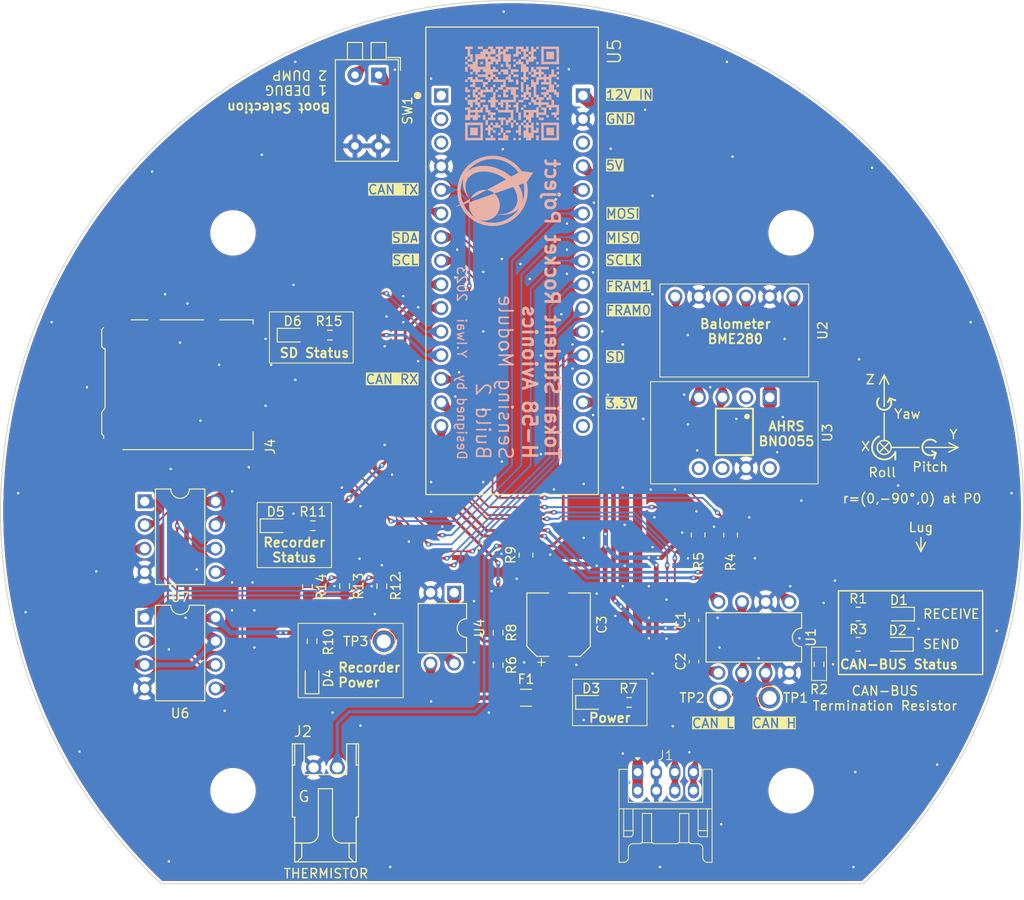
<source format=kicad_pcb>
(kicad_pcb (version 20221018) (generator pcbnew)
  (layers (0 "F.Cu" signal) (31 "B.Cu" signal) (34 "B.Paste" user) (35 "F.Paste" user) (36 "B.SilkS" user "B.Silkscreen") (37 "F.SilkS" user "F.Silkscreen") (38 "B.Mask" user) (39 "F.Mask" user) (44 "Edge.Cuts" user))
  (net 0 "")
  (net 1 "CAN_H")
  (net 2 "GND")
  (net 3 "+5V")
  (net 4 "+3.3V")
  (net 5 "CAN_L")
  (net 6 "CAN_TX")
  (net 7 "CAN_RX")
  (net 8 "+12V")
  (net 9 "Net-(D3-A)")
  (net 10 "Net-(D2-A)")
  (net 14 "Net-(R6-Pad1)")
  (net 15 "Net-(D1-A)")
  (net 18 "THERMISTOR")
  (net 19 "SPI_SCLK")
  (net 20 "SPI_MOSI")
  (net 21 "SPI_MISO")
  (net 22 "SPI_CS_SD")
  (net 23 "SPI_CS_FRAM1")
  (net 24 "SPI_CS_FRAM0")
  (net 25 "Net-(F1-Pad2)")
  (net 26 "Net-(D4-A)")
  (net 27 "I2C_SDA")
  (net 28 "I2C_SCL")
  (net 29 "Net-(D5-A)")
  (net 30 "Net-(D6-A)")
  (net 31 "SD_STATUS")
  (net 32 "CAN_SEND_STATUS")
  (net 33 "CAN_RECEIVE_STATUS")
  (net 39 "RECORD_STATUS")
  (net 40 "SD_CHECK")
  (net 43 "DEBUG_MODE")
  (net 44 "DUMP_MODE")
  (net 45 "RECORDER_POWER")
  (net 46 "RECORDER_POWER_CONTROL")
  (footprint "Resistor_SMD:R_0805_2012Metric_Pad1.20x1.40mm_HandSolder" (layer "F.Cu") (at 185.7125 116)
    (fp_text reference "R1")
    (fp_text value "100R")
  )
  (footprint "Resistor_SMD:R_0603_1608Metric_Pad0.98x0.95mm_HandSolder" (layer "F.Cu") (at 130.5 113 90)
    (fp_text reference "R13")
    (fp_text value "4.7kR")
  )
  (footprint "Akizuki_BME280_Module:BME280" (layer "F.Cu") (at 180.39 90.5 180)
    (fp_text reference "U2")
    (fp_text value "BME280")
  )
  (footprint "Package_DIP:DIP-8_W7.62mm" (layer "F.Cu") (at 178.3 114.7 -90)
    (fp_text reference "U1")
    (fp_text value "MCP2562-E-P")
  )
  (footprint "Button_Switch_THT:SW_DIP_SPSTx02_Piano_10.8x6.64mm_W7.62mm_P2.54mm" (layer "F.Cu") (at 134.15 58.024432 -90)
    (fp_text reference "SW1")
    (fp_text value "SW_DIP_x02")
  )
  (footprint "LED_SMD:LED_0603_1608Metric_Pad1.05x0.95mm_HandSolder" (layer "F.Cu") (at 123.0875 106.5)
    (fp_text reference "D5")
    (fp_text value "GREEN")
  )
  (footprint "Resistor_SMD:R_0603_1608Metric_Pad0.98x0.95mm_HandSolder" (layer "F.Cu") (at 161.0875 125.5 180)
    (fp_text reference "R7")
    (fp_text value "2kR")
  )
  (footprint "LED_SMD:LED_0603_1608Metric_Pad1.05x0.95mm_HandSolder" (layer "F.Cu") (at 124.9125 86)
    (fp_text reference "D6")
    (fp_text value "GREEN")
  )
  (footprint "Resistor_SMD:R_0603_1608Metric_Pad0.98x0.95mm_HandSolder" (layer "F.Cu") (at 126.5 113.0875 90)
    (fp_text reference "R14")
    (fp_text value "4.7kR")
  )
  (footprint "Resistor_SMD:R_0603_1608Metric_Pad0.98x0.95mm_HandSolder" (layer "F.Cu") (at 128.9125 86 180)
    (fp_text reference "R15")
    (fp_text value "300R")
  )
  (footprint "Resistor_SMD:R_0603_1608Metric_Pad0.98x0.95mm_HandSolder" (layer "F.Cu") (at 127.0875 106.5 180)
    (fp_text reference "R11")
    (fp_text value "300R")
  )
  (footprint "MountingHole:MountingHole_4.5mm" (layer "F.Cu") (at 118.5 75)
    (fp_text reference "REF**" hide)
    (fp_text value "MountingHole_4.5mm" hide)
  )
  (footprint "Connector_Pin:Pin_D1.0mm_L10.0mm" (layer "F.Cu") (at 170.852 125.015432)
    (fp_text reference "TP2")
    (fp_text value "TestPoint")
  )
  (footprint "MountingHole:MountingHole_4.5mm" (layer "F.Cu") (at 118.5 135)
    (fp_text reference "REF**" hide)
    (fp_text value "MountingHole_4.5mm" hide)
  )
  (footprint "Capacitor_SMD:C_0603_1608Metric_Pad1.08x0.95mm_HandSolder" (layer "F.Cu") (at 168.058 116.659932 90)
    (fp_text reference "C1")
    (fp_text value "0.1uF")
  )
  (footprint "LED_SMD:LED_0603_1608Metric_Pad1.05x0.95mm_HandSolder" (layer "F.Cu") (at 189.9625 119.25 180)
    (fp_text reference "D2")
    (fp_text value "BLUE")
  )
  (footprint "MountingHole:MountingHole_4.5mm" (layer "F.Cu") (at 178.5 135)
    (fp_text reference "REF**" hide)
    (fp_text value "MountingHole_4.5mm" hide)
  )
  (footprint "Resistor_SMD:R_0805_2012Metric_Pad1.20x1.40mm_HandSolder" (layer "F.Cu") (at 185.7125 119.25)
    (fp_text reference "R3")
    (fp_text value "100R")
  )
  (footprint "Resistor_SMD:R_0603_1608Metric_Pad0.98x0.95mm_HandSolder" (layer "F.Cu") (at 147 121.5 -90)
    (fp_text reference "R6")
    (fp_text value "120R")
  )
  (footprint "MountingHole:MountingHole_4.5mm" (layer "F.Cu") (at 178.5 75)
    (fp_text reference "REF**" hide)
    (fp_text value "MountingHole_4.5mm" hide)
  )
  (footprint "Package_DIP:DIP-4_W7.62mm" (layer "F.Cu") (at 142.275 113.7 -90)
    (fp_text reference "U4")
    (fp_text value "TLP241B")
  )
  (footprint "LED_SMD:LED_0603_1608Metric_Pad1.05x0.95mm_HandSolder" (layer "F.Cu") (at 190.0875 116 180)
    (fp_text reference "D1")
    (fp_text value "BLUE")
  )
  (footprint "Resistor_SMD:R_0603_1608Metric_Pad0.98x0.95mm_HandSolder" (layer "F.Cu") (at 181.5 121.4 90)
    (fp_text reference "R2")
    (fp_text value "120R")
  )
  (footprint "Resistor_SMD:R_0805_2012Metric_Pad1.20x1.40mm_HandSolder" (layer "F.Cu") (at 150 109.648432 90)
    (fp_text reference "R9")
    (fp_text value "10kR")
  )
  (footprint "Connector_Pin:Pin_D1.0mm_L10.0mm" (layer "F.Cu") (at 134.7 118.949432)
    (fp_text reference "TP3")
    (fp_text value "TestPoint")
  )
  (footprint "Resistor_SMD:R_0805_2012Metric_Pad1.20x1.40mm_HandSolder" (layer "F.Cu") (at 171.995 107.5 90)
    (fp_text reference "R4")
    (fp_text value "10kR")
  )
  (footprint "LED_SMD:LED_0603_1608Metric_Pad1.05x0.95mm_HandSolder" (layer "F.Cu") (at 157 125.5)
    (fp_text reference "D3")
    (fp_text value "RED")
  )
  (footprint "Akizuki_BNO055_Module:BNO055" (layer "F.Cu") (at 181.26 96.5 -90)
    (fp_text reference "U3")
    (fp_text value "BNO055")
  )
  (footprint "NUCLEO-F303K8:MODULE_NUCLEO-F303K8" (layer "F.Cu") (at 148.5 78)
    (fp_text reference "U5")
    (fp_text value "NUCLEO-F303K8")
  )
  (footprint "Capacitor_SMD:C_0603_1608Metric_Pad1.08x0.95mm_HandSolder" (layer "F.Cu") (at 168.058 121.104932 90)
    (fp_text reference "C2")
    (fp_text value "0.1uF")
  )
  (footprint "Resistor_SMD:R_0603_1608Metric_Pad0.98x0.95mm_HandSolder" (layer "F.Cu") (at 134.5 113 90)
    (fp_text reference "R12")
    (fp_text value "4.7kR")
  )
  (footprint "Package_DIP:DIP-8_W7.62mm" (layer "F.Cu") (at 109 116.38)
    (fp_text reference "U6")
    (fp_text value "MB85RS2MT")
  )
  (footprint "Fuse:Fuse_1206_3216Metric_Pad1.42x1.75mm_HandSolder" (layer "F.Cu") (at 150 125 180)
    (fp_text reference "F1")
    (fp_text value "Polyfuse")
  )
  (footprint "Hirose_Connector:Hirose_DF11B-8DP-2DS" (layer "F.Cu") (at 162 133)
    (fp_text reference "J1")
    (fp_text value "Conn_01x08")
  )
  (footprint "Resistor_SMD:R_0805_2012Metric_Pad1.20x1.40mm_HandSolder" (layer "F.Cu") (at 168.5 107.489432 90)
    (fp_text reference "R5")
    (fp_text value "10kR")
  )
  (footprint "Hirose_Connector:Hirose_DF1B" (layer "F.Cu") (at 127.164 132.5)
    (fp_text reference "J2")
    (fp_text value "Conn_01x02_Pin")
  )
  (footprint "LED_SMD:LED_0603_1608Metric_Pad1.05x0.95mm_HandSolder" (layer "F.Cu") (at 127 122.9125 90)
    (fp_text reference "D4")
    (fp_text value "RED")
  )
  (footprint "Capacitor_SMD:CP_Elec_6.3x5.9" (layer "F.Cu") (at 153.5 117.141432 90)
    (fp_text reference "C3")
    (fp_text value "47uF")
  )
  (footprint "Connector_Pin:Pin_D1.0mm_L10.0mm" (layer "F.Cu") (at 176.186 125.015432)
    (fp_text reference "TP1")
    (fp_text value "TestPoint")
  )
  (footprint "Resistor_SMD:R_0603_1608Metric_Pad0.98x0.95mm_HandSolder" (layer "F.Cu") (at 147 118 -90)
    (fp_text reference "R8")
    (fp_text value "120R")
  )
  (footprint "Package_DIP:DIP-8_W7.62mm" (layer "F.Cu") (at 109 103.88)
    (fp_text reference "U7")
    (fp_text value "MB85RS2MT")
  )
  (footprint "Resistor_SMD:R_0603_1608Metric_Pad0.98x0.95mm_HandSolder" (layer "F.Cu") (at 127 118.9125 -90)
    (fp_text reference "R10")
    (fp_text value "300R")
  )
  (footprint "Connector_Card:microSD_HC_Hirose_DM3AT-SF-PEJM5" (layer "F.Cu") (at 112.775 91.325 -90)
    (fp_text reference "J4")
    (fp_text value "Micro_SD_Card_Det_Hirose_DM3AT")
  )
  (footprint "LOGO" (layer "B.Cu") (at 148.5 60 90)
    (fp_text reference "G***" hide)
    (fp_text value "LOGO" hide)
  )
  (footprint "LOGO" (layer "B.Cu") (at 146.5 70.5 90)
    (fp_text reference "G***" hide)
    (fp_text value "LOGO" hide)
  )
  (gr_line (start 192.45 109.275) (end 191.95 108.275) (stroke (width 0.153)) (layer "F.SilkS"))
  (gr_rect (start 155 123) (end 163 128) (stroke (width 0.1)) (fill none) (layer "F.SilkS"))
  (gr_rect (start 170.4 93.9) (end 174.4 98.9) (stroke (width 0.2)) (fill none) (layer "F.SilkS"))
  (gr_line (start 189.25 98.075) (end 192.251472 98.075) (stroke (width 0.153)) (layer "F.SilkS"))
  (gr_line (start 188.5 97.325) (end 188.5 94.375) (stroke (width 0.153)) (layer "F.SilkS"))
  (gr_arc (start 189.1 92.8) (mid 188.5 94.040261) (end 187.9 92.8) (stroke (width 0.2)) (layer "F.SilkS"))
  (gr_line (start 193.848528 99.275) (end 194.048528 98.675) (stroke (width 0.2)) (layer "F.SilkS"))
  (gr_line (start 188.5 90.275) (end 188 91.275) (stroke (width 0.153)) (layer "F.SilkS"))
  (gr_line (start 193.648528 98.475) (end 194.048528 98.675) (stroke (width 0.2)) (layer "F.SilkS"))
  (gr_rect (start 122.4125 83.5) (end 131.4125 89) (stroke (width 0.1)) (fill none) (layer "F.SilkS"))
  (gr_circle (center 188.5 98.075) (end 189.25 98.075) (stroke (width 0.153)) (fill none) (layer "F.SilkS"))
  (gr_line (start 188.5 90.275) (end 189 91.275) (stroke (width 0.153)) (layer "F.SilkS"))
  (gr_line (start 189.7 98.575) (end 189.7 99.375) (stroke (width 0.2)) (layer "F.SilkS"))
  (gr_rect (start 121.0875 104) (end 129.0875 111) (stroke (width 0.1)) (fill none) (layer "F.SilkS"))
  (gr_line (start 196.448528 98.075) (end 195.448528 97.575) (stroke (width 0.153)) (layer "F.SilkS"))
  (gr_line (start 189.1 92.8) (end 189.7 93) (stroke (width 0.2)) (layer "F.SilkS"))
  (gr_rect (start 180.7 119.549432) (end 182.3 123.149432) (stroke (width 0.1)) (fill none) (layer "F.SilkS"))
  (gr_line (start 188.5 93.675) (end 188.5 90.275) (stroke (width 0.153)) (layer "F.SilkS"))
  (gr_arc (start 189.7 98.575) (mid 187.597658 99.010272) (end 187.954635 96.89327) (stroke (width 0.2)) (layer "F.SilkS"))
  (gr_rect (start 183.5875 113.5) (end 199.0875 122.5) (stroke (width 0.153)) (fill none) (layer "F.SilkS"))
  (gr_circle (center 173.75 94.75) (end 173.95 94.75) (stroke (width 0.2)) (fill solid) (layer "F.SilkS"))
  (gr_line (start 189.1 92.8) (end 188.9 93.2) (stroke (width 0.2)) (layer "F.SilkS"))
  (gr_line (start 196.448528 98.075) (end 195.448528 98.575) (stroke (width 0.153)) (layer "F.SilkS"))
  (gr_line (start 189 97.575) (end 188 98.575) (stroke (width 0.153)) (layer "F.SilkS"))
  (gr_line (start 192.45 107.775) (end 192.45 109.275) (stroke (width 0.153)) (layer "F.SilkS"))
  (gr_rect (start 125.5 117) (end 136.8 125) (stroke (width 0.1)) (fill none) (layer "F.SilkS"))
  (gr_line (start 188 97.575) (end 189 98.575) (stroke (width 0.153)) (layer "F.SilkS"))
  (gr_arc (start 194.048528 98.675) (mid 192.6 98.075) (end 194.048528 97.475) (stroke (width 0.2)) (layer "F.SilkS"))
  (gr_line (start 192.45 109.275) (end 192.95 108.275) (stroke (width 0.153)) (layer "F.SilkS"))
  (gr_line (start 192.948528 98.075) (end 196.448528 98.075) (stroke (width 0.153)) (layer "F.SilkS"))
  (gr_arc locked (start 110.75 145) (mid 148.5 49.999432) (end 186.25 145) (stroke (width 0.1)) (layer "Edge.Cuts"))
  (gr_line locked (start 186.25 145) (end 110.75 145) (stroke (width 0.1)) (layer "Edge.Cuts"))
  (gr_text "Designed by 　Y.Iwai 　2023" (at 142.5 99.5 270) (layer "B.SilkS") (effects (font (size 1 1) (thickness 0.153)) (justify left bottom mirror)))
  (gr_text "Tokai Student Rocket Poject\nH-58 Avionics" (at 149.5 99.5 270) (layer "B.SilkS") (effects (font (size 1.5 1.5) (thickness 0.3) bold) (justify left bottom mirror)))
  (gr_text "Sensing Module\nBuild 2" (at 144.5 99.5 270) (layer "B.SilkS") (effects (font (size 1.5 1.5) (thickness 0.1875)) (justify left bottom mirror)))
  (gr_text "Boot Selection\n" (at 123.4 60.949432 180) (layer "F.SilkS") (effects (font (size 1 1) (thickness 0.2) bold) (justify bottom)))
  (gr_text "SD" (at 158.5 88.349432) (layer "F.SilkS" knockout) (effects (font (size 1 1) (thickness 0.153)) (justify left)))
  (gr_text "CAN TX" (at 138.5 70.349432) (layer "F.SilkS" knockout) (effects (font (size 1 1) (thickness 0.153)) (justify right)))
  (gr_text "Recorder\nPower" (at 129.7 123.949432) (layer "F.SilkS") (effects (font (size 1 1) (thickness 0.2) bold) (justify left bottom)))
  (gr_text "GND" (at 158.5 62.749432) (layer "F.SilkS" knockout) (effects (font (size 1 1) (thickness 0.153)) (justify left)))
  (gr_text "Pitch" (at 193.448528 100.175) (layer "F.SilkS") (effects (font (size 1 1) (thickness 0.153))))
  (gr_text "CAN H" (at 176.694 127.749432) (layer "F.SilkS" knockout) (effects (font (size 1 1) (thickness 0.153))))
  (gr_text "SD Status" (at 123.4125 88.5) (layer "F.SilkS") (effects (font (size 1 1) (thickness 0.2) bold) (justify left bottom)))
  (gr_text "MISO" (at 158.5 75.549432) (layer "F.SilkS" knockout) (effects (font (size 1 1) (thickness 0.153)) (justify left)))
  (gr_text "SDA" (at 138.5 75.549432) (layer "F.SilkS" knockout) (effects (font (size 1 1) (thickness 0.153)) (justify right)))
  (gr_text "SCLK" (at 158.5 77.949432) (layer "F.SilkS" knockout) (effects (font (size 1 1) (thickness 0.153)) (justify left)))
  (gr_text "RECEIVE" (at 192.5875 116) (layer "F.SilkS") (effects (font (size 1 1) (thickness 0.153)) (justify left)))
  (gr_text "AHRS\nBNO055" (at 178 98) (layer "F.SilkS") (effects (font (size 1 1) (thickness 0.2) bold) (justify bottom)))
  (gr_text "MOSI" (at 158.5 72.949432) (layer "F.SilkS" knockout) (effects (font (size 1 1) (thickness 0.153)) (justify left)))
  (gr_text "r=(0,-90°,0) at P0" (at 191.5 103.575) (layer "F.SilkS") (effects (font (size 1 1) (thickness 0.153))))
  (gr_text "CAN L" (at 170.09 127.749432) (layer "F.SilkS" knockout) (effects (font (size 1 1) (thickness 0.153))))
  (gr_text "Balometer\nBME280" (at 172.5 87) (layer "F.SilkS") (effects (font (size 1 1) (thickness 0.2) bold) (justify bottom)))
  (gr_text "SEND" (at 192.5875 119.25) (layer "F.SilkS") (effects (font (size 1 1) (thickness 0.153)) (justify left)))
  (gr_text "Power" (at 159 127.75) (layer "F.SilkS") (effects (font (size 1 1) (thickness 0.2) bold) (justify bottom)))
  (gr_text "Yaw" (at 191 94.475) (layer "F.SilkS") (effects (font (size 1 1) (thickness 0.153))))
  (gr_text "3.3V" (at 158.5 93.349432) (layer "F.SilkS" knockout) (effects (font (size 1 1) (thickness 0.153)) (justify left)))
  (gr_text "Y" (at 195.948528 96.675) (layer "F.SilkS") (effects (font (size 1 1) (thickness 0.153))))
  (gr_text "THERMISTOR" (at 128.5 144.5) (layer "F.SilkS") (effects (font (size 1 1) (thickness 0.153)) (justify bottom)))
  (gr_text "SCL" (at 138.5 77.949432) (layer "F.SilkS" knockout) (effects (font (size 1 1) (thickness 0.153)) (justify right)))
  (gr_text "FRAM1" (at 158.5 80.749432) (layer "F.SilkS" knockout) (effects (font (size 1 1) (thickness 0.153)) (justify left)))
  (gr_text "CAN RX" (at 138.5 90.749432) (layer "F.SilkS" knockout) (effects (font (size 1 1) (thickness 0.153)) (justify right)))
  (gr_text "5V" (at 158.5 67.749432) (layer "F.SilkS" knockout) (effects (font (size 1 1) (thickness 0.153)) (justify left)))
  (gr_text "Recorder\nStatus\n" (at 125.0875 110.5) (layer "F.SilkS") (effects (font (size 1 1) (thickness 0.2) bold) (justify bottom)))
  (gr_text "Lug" (at 192.45 106.675) (layer "F.SilkS") (effects (font (size 1 1) (thickness 0.153))))
  (gr_text "Z" (at 187 90.775) (layer "F.SilkS") (effects (font (size 1 1) (thickness 0.154))))
  (gr_text "Roll" (at 188.3 100.775) (layer "F.SilkS") (effects (font (size 1 1) (thickness 0.153))))
  (gr_text "CAN-BUS Status" (at 190.0875 122) (layer "F.SilkS") (effects (font (size 1 1) (thickness 0.2) bold) (justify bottom)))
  (gr_text "12V IN" (at 158.5 60.149432) (layer "F.SilkS" knockout) (effects (font (size 1 1) (thickness 0.153)) (justify left)))
  (gr_text "FRAM0" (at 158.5 83.349432) (layer "F.SilkS" knockout) (effects (font (size 1 1) (thickness 0.153)) (justify left)))
  (gr_text "CAN-BUS\nTermination Resistor" (at 188.5812 125.066232) (layer "F.SilkS") (effects (font (size 1 1) (thickness 0.153))))
  (gr_text "1 DEBUG\n2 DUMP" (at 128.7 57.449432 180) (layer "F.SilkS") (effects (font (size 1 1) (thickness 0.153)) (justify left bottom)))
  (gr_text "X" (at 186.5 97.975) (layer "F.SilkS") (effects (font (size 1 1) (thickness 0.153))))
  (segment (start 168 133) (end 168 132.049432) (width 0.2) (layer "F.Cu") (net 1))
  (segment (start 175.76 122.32) (end 175.76 121.34) (width 0.2) (layer "F.Cu") (net 1))
  (segment (start 168 132.049432) (end 175.76 124.289432) (width 0.2) (layer "F.Cu") (net 1))
  (segment (start 168 135) (end 168 133) (width 0.2) (layer "F.Cu") (net 1))
  (segment (start 175.76 124.289432) (end 175.76 122.32) (width 0.2) (layer "F.Cu") (net 1))
  (segment (start 180.8125 122.3125) (end 181.5 122.3125) (width 0.2) (layer "F.Cu") (net 1))
  (segment (start 176.7 120.4) (end 178.9 120.4) (width 0.2) (layer "F.Cu") (net 1))
  (segment (start 178.9 120.4) (end 180.8125 122.3125) (width 0.2) (layer "F.Cu") (net 1))
  (segment (start 175.76 121.34) (end 176.7 120.4) (width 0.2) (layer "F.Cu") (net 1))
  (via (at 157.6 110.8) (size 0.51) (drill 0.25) (layers "F.Cu" "B.Cu") (net 2))
  (via (at 179.4 118.6) (size 0.51) (drill 0.25) (layers "F.Cu" "B.Cu") (net 2))
  (via (at 177.6 94.8) (size 0.51) (drill 0.25) (layers "F.Cu" "B.Cu") (net 2))
  (via (at 145.4 85.6) (size 0.51) (drill 0.25) (layers "F.Cu" "B.Cu") (net 2))
  (via (at 163.8 105.6) (size 0.51) (drill 0.25) (layers "F.Cu" "B.Cu") (net 2))
  (via (at 157.6 113.8) (size 0.51) (drill 0.25) (layers "F.Cu" "B.Cu") (net 2))
  (via (at 166 102.6) (size 0.51) (drill 0.25) (layers "F.Cu" "B.Cu") (net 2))
  (via (at 165.1 114.449432) (size 0.51) (drill 0.25) (layers "F.Cu" "B.Cu") (net 2))
  (via (at 135.9 57.449432) (size 0.51) (drill 0.25) (layers "F.Cu" "B.Cu") (net 2))
  (via (at 133.4 113) (size 0.51) (drill 0.25) (layers "F.Cu" "B.Cu") (net 2))
  (via (at 135.6 101) (size 0.51) (drill 0.25) (layers "F.Cu" "B.Cu") (net 2))
  (via (at 156.2 127.4) (size 0.51) (drill 0.25) (layers "F.Cu" "B.Cu") (net 2))
  (via (at 136.4 111.6) (size 0.51) (drill 0.25) (layers "F.Cu" "B.Cu") (net 2))
  (via (at 138.4 76) (size 0.51) (drill 0.25) (layers "F.Cu" "B.Cu") (net 2))
  (via (at 134.5 110.749432) (size 0.51) (drill 0.25) (layers "F.Cu" "B.Cu") (net 2))
  (via (at 103.8 111.4) (size 0.51) (drill 0.25) (layers "F.Cu" "B.Cu") (net 2))
  (via (at 147.4 99.6) (size 0.51) (drill 0.25) (layers "F.Cu" "B.Cu") (net 2))
  (via (at 163.6 108.8) (size 0.51) (drill 0.25) (layers "F.Cu" "B.Cu") (net 2))
  (via (at 142.4 79.8) (size 0.51) (drill 0.25) (layers "F.Cu" "B.Cu") (net 2))
  (via (at 155.4 121.459432) (size 0.51) (drill 0.25) (layers "F.Cu" "B.Cu") (net 2))
  (via (at 158.2 85.6) (size 0.51) (drill 0.25) (layers "F.Cu" "B.Cu") (net 2))
  (via (at 164.4 143.2) (size 0.51) (drill 0.25) (layers "F.Cu" "B.Cu") (net 2))
  (via (at 170.6 116.4) (size 0.51) (drill 0.25) (layers "F.Cu" "B.Cu") (net 2))
  (via (at 165.772 128.063432) (size 0.51) (drill 0.25) (layers "F.Cu" "B.Cu") (net 2))
  (via (at 156.2 107.8) (size 0.51) (drill 0.25) (layers "F.Cu" "B.Cu") (net 2))
  (via (at 169.8 91.6) (size 0.51) (drill 0.25) (layers "F.Cu" "B.Cu") (net 2))
  (via (at 122 86.4) (size 0.51) (drill 0.25) (layers "F.Cu" "B.Cu") (net 2))
  (via (at 95.4 103) (size 0.51) (drill 0.25) (layers "F.Cu" "B.Cu") (net 2))
  (via (at 146 126.6) (size 0.51) (drill 0.25) (layers "F.Cu" "B.Cu") (net 2))
  (via (at 170.979 138.604432) (size 0.51) (drill 0.25) (layers "F.Cu" "B.Cu") (net 2))
  (via (at 167.4 110) (size 0.51) (drill 0.25) (layers "F.Cu" "B.Cu") (net 2))
  (via (at 135 84) (size 0.51) (drill 0.25) (layers "F.Cu" "B.Cu") (net 2))
  (via (at 111.6 142.6) (size 0.51) (drill 0.25) (layers "F.Cu" "B.Cu") (net 2))
  (via (at 142.6 76.8) (size 0.51) (drill 0.25) (layers "F.Cu" "B.Cu") (net 2))
  (via (at 147.5 66) (size 0.51) (drill 0.25) (layers "F.Cu" "B.Cu") (net 2))
  (via (at 132.2 104.4) (size 0.51) (drill 0.25) (layers "F.Cu" "B.Cu") (net 2))
  (via (at 170.8 119.6) (size 0.51) (drill 0.25) (layers "F.Cu" "B.Cu") (net 2))
  (via (at 113.4 116.4) (size 0.51) (drill 0.25) (layers "F.Cu" "B.Cu") (net 2))
  (via (at 159.1 65.949432) (size 0.51) (drill 0.25) (layers "F.Cu" "B.Cu") (net 2))
  (via (at 129.4 113) (size 0.51) (drill 0.25) (layers "F.Cu" "B.Cu") (net 2))
  (via (at 174.6 110) (size 0.51) (drill 0.25) (layers "F.Cu" "B.Cu") (net 2))
  (via (at 122.6 89.2) (size 0.51) (drill 0.25) (layers "F.Cu" "B.Cu") (net 2))
  (via (at 153.2 71.4) (size 0.51) (drill 0.25) (layers "F.Cu" "B.Cu") (net 2))
  (via (at 145.4 94) (size 0.51) (drill 0.25) (layers "F.Cu" "B.Cu") (net 2))
  (via (at 149 112.2) (size 0.51) (drill 0.25) (layers "F.Cu" "B.Cu") (net 2))
  (via (at 183 121.4) (size 0.51) (drill 0.25) (layers "F.Cu" "B.Cu") (net 2))
  (via (at 157.3 71.749432) (size 0.51) (drill 0.25) (layers "F.Cu" "B.Cu") (net 2))
  (via (at 147.4 87.6) (size 0.51) (drill 0.25) (layers "F.Cu" "B.Cu") (net 2))
  (via (at 142.4 92.6) (size 0.51) (drill 0.25) (layers "F.Cu" "B.Cu") (net 2))
  (via (at 163.2 113) (size 0.51) (drill 0.25) (layers "F.Cu" "B.Cu") (net 2))
  (via (at 174 105.6) (size 0.51) (drill 0.25) (layers "F.Cu" "B.Cu") (net 2))
  (via (at 185.8 88.6) (size 0.51) (drill 0.25) (layers "F.Cu" "B.Cu") (net 2))
  (via (at 120.8 115.6) (size 0.51) (drill 0.25) (layers "F.Cu" "B.Cu") (net 2))
  (via (at 190 102.175) (size 0.51) (drill 0.25) (layers "F.Cu" "B.Cu") (net 2))
  (via (at 163.6 122.4) (size 0.51) (drill 0.25) (layers "F.Cu" "B.Cu") (net 2))
  (via (at 118.4 115.6) (size 0.51) (drill 0.25) (layers "F.Cu" "B.Cu") (net 2))
  (via (at 137.4 108.2) (size 0.51) (drill 0.25) (layers "F.Cu" "B.Cu") (net 2))
  (via (at 152.6 109.6) (size 0.51) (drill 0.25) (layers "F.Cu" "B.Cu") (net 2))
  (via (at 170.217 106.600432) (size 0.51) (drill 0.25) (layers "F.Cu" "B.Cu") (net 2))
  (via (at 117 89.2) (size 0.51) (drill 0.25) (layers "F.Cu" "B.Cu") (net 2))
  (via (at 154.4 76.8) (size 0.51) (drill 0.25) (layers "F.Cu" "B.Cu") (net 2))
  (via (at 163.6 71) (size 0.51) (drill 0.25) (layers "F.Cu" "B.Cu") (net 2))
  (via (at 175 120.749432) (size 0.51) (drill 0.25) (layers "F.Cu" "B.Cu") (net 2))
  (via (at 111.6 119.8) (size 0.51) (drill 0.25) (layers "F.Cu" "B.Cu") (net 2))
  (via (at 160.4 102.4) (size 0.51) (drill 0.25) (layers "F.Cu" "B.Cu") (net 2))
  (via (at 160.4 131) (size 0.51) (drill 0.25) (layers "F.Cu" "B.Cu") (net 2))
  (via (at 141 106.6) (size 0.51) (drill 0.25) (layers "F.Cu" "B.Cu") (net 2))
  (via (at 150.4 79.949432) (size 0.51) (drill 0.25) (layers "F.Cu" "B.Cu") (net 2))
  (via (at 163.6 81.6) (size 0.51) (drill 0.25) (layers "F.Cu" "B.Cu") (net 2))
  (via (at 154.4 74) (size 0.51) (drill 0.25) (layers "F.Cu" "B.Cu") (net 2))
  (via (at 154.4 79.4) (size 0.51) (drill 0.25) (layers "F.Cu" "B.Cu") (net 2))
  (via (at 159.6 116.2) (size 0.51) (drill 0.25) (layers "F.Cu" "B.Cu") (net 2))
  (via (at 167.4 86) (size 0.51) (drill 0.25) (layers "F.Cu" "B.Cu") (net 2))
  (via (at 149.4 78.349432) (size 0.51) (drill 0.25) (layers "F.Cu" "B.Cu") (net 2))
  (via (at 121.6 66.6) (size 0.51) (drill 0.25) (layers "F.Cu" "B.Cu") (net 2))
  (via (at 139.8 125.4) (size 0.51) (drill 0.25) (layers "F.Cu" "B.Cu") (net 2))
  (via (at 111.8 100.4) (size 0.51) (drill 0.25) (layers "F.Cu" "B.Cu") (net 2))
  (via (at 118.4 102.8) (size 0.51) (drill 0.25) (layers "F.Cu" "B.Cu") (net 2))
  (via (at 166.788 107.235432) (size 0.51) (drill 0.25) (layers "F.Cu" "B.Cu") (net 2))
  (via (at 113.6 82.6) (size 0.51) (drill 0.25) (layers "F.Cu" "B.Cu") (net 2))
  (via (at 160.4 113) (size 0.51) (drill 0.25) (layers "F.Cu" "B.Cu") (net 2))
  (via (at 139.8 58.4) (size 0.51) (drill 0.25) (layers "F.Cu" "B.Cu") (net 2))
  (via (at 136.8 84.6) (size 0.51) (drill 0.25) (layers "F.Cu" "B.Cu") (net 2))
  (via (at 167.55 130.857432) (size 0.51) (drill 0.25) (layers "F.Cu" "B.Cu") (net 2))
  (via (at 153 102.6) (size 0.51) (drill 0.25) (layers "F.Cu" "B.Cu") (net 2))
  (via (at 149.8 121.2) (size 0.51) (drill 0.25) (layers "F.Cu" "B.Cu") (net 2))
  (via (at 118.4 112.6) (size 0.51) (drill 0.25) (layers "F.Cu" "B.Cu") (net 2))
  (via (at 112.8 86.8) (size 0.51) (drill 0.25) (layers "F.Cu" "B.Cu") (net 2))
  (via (at 174.8 86.4) (size 0.51) (drill 0.25) (layers "F.Cu" "B.Cu") (net 2))
  (via (at 147.4 77.8) (size 0.51) (drill 0.25) (layers "F.Cu" "B.Cu") (net 2))
  (via (at 146.3 113.549432) (size 0.51) (drill 0.25) (layers "F.Cu" "B.Cu") (net 2))
  (via (at 132.2 128) (size 0.51) (drill 0.25) (layers "F.Cu" "B.Cu") (net 2))
  (via (at 153.8 83.749432) (size 0.51) (drill 0.25) (layers "F.Cu" "B.Cu") (net 2))
  (via (at 122 93.6) (size 0.51) (drill 0.25) (layers "F.Cu" "B.Cu") (net 2))
  (via (at 125.2 56.6) (size 0.51) (drill 0.25) (layers "F.Cu" "B.Cu") (net 2))
  (via (at 111.2 81.6) (size 0.51) (drill 0.25) (layers "F.Cu" "B.Cu") (net 2))
  (via (at 139.8 105) (size 0.51) (drill 0.25) (layers "F.Cu" "B.Cu") (net 2))
  (via (at 183.2 112.4) (size 0.51) (drill 0.25) (layers "F.Cu" "B.Cu") (net 2))
  (via (at 179.6 103.8) (size 0.51) (drill 0.25) (layers "F.Cu" "B.Cu") (net 2))
  (via (at 157.2 79.249432) (size 0.51) (drill 0.25) (layers "F.Cu" "B.Cu") (net 2))
  (via (at 160.4 87) (size 0.51) (drill 0.25) (layers "F.Cu" "B.Cu") (net 2))
  (via (at 177.8 86.4) (size 0.51) (drill 0.25) (layers "F.Cu" "B.Cu") (net 2))
  (via (at 102 130.8) (size 0.51) (drill 0.25) (layers "F.Cu" "B.Cu") (net 2))
  (via (at 154.6 57.4) (size 0.51) (drill 0.25) (layers "F.Cu" "B.Cu") (net 2))
  (via (at 130.2 102.4) (size 0.51) (drill 0.25) (layers "F.Cu" "B.Cu") (net 2))
  (via (at 194.2 132.2) (size 0.51) (drill 0.25) (layers "F.Cu" "B.Cu") (net 2))
  (via (at 160.6 110.8) (size 0.51) (drill 0.25) (layers "F.Cu" "B.Cu") (net 2))
  (via (at 134.8 97.8) (size 0.51) (drill 0.25) (layers "F.Cu" "B.Cu") (net 2))
  (via (at 167 92.4) (size 0.51) (drill 0.25) (layers "F.Cu" "B.Cu") (net 2))
  (via (at 163.2 116.4) (size 0.51) (drill 0.25) (layers "F.Cu" "B.Cu") (net 2))
  (via (at 132.1 110.049432) (size 0.51) (drill 0.25) (layers "F.Cu" "B.Cu") (net 2))
  (via (at 147.357 109.521432) (size 0.51) (drill 0.25) (layers "F.Cu" "B.Cu") (net 2))
  (via (at 102.8 91.6) (size 0.51) (drill 0.25) (layers "F.Cu" "B.Cu") (net 2))
  (via (at 155 87) (size 0.51) (drill 0.25) (layers "F.Cu" "B.Cu") (net 2))
  (via (at 151.6 98.8) (size 0.51) (drill 0.25) (layers "F.Cu" "B.Cu") (net 2))
  (via (at 151.6 88.2) (size 0.51) (drill 0.25) (layers "F.Cu" "B.Cu") (net 2))
  (via (at 139.8 101.8) (size 0.51) (drill 0.25) (layers "F.Cu" "B.Cu") (net 2))
  (via (at 167.4 95.6) (size 0.51) (drill 0.25) (layers "F.Cu" "B.Cu") (net 2))
  (via (at 142.8 90) (size 0.51) (drill 0.25) (layers "F.Cu" "B.Cu") (net 2))
  (via (at 163.2 118.6) (size 0.51) (drill 0.25) (layers "F.Cu" "B.Cu") (net 2))
  (via (at 172.2 66.8) (size 0.51) (drill 0.25) (layers "F.Cu" "B.Cu") (net 2))
  (via (at 144.4 114.6) (size 0.51) (drill 0.25) (layers "F.Cu" "B.Cu") (net 2))
  (via (at 96.2 115.8) (size 0.51) (drill 0.25) (layers "F.Cu" "B.Cu") (net 2))
  (via (at 109.8 68.4) (size 0.51) (drill 0.25) (layers "F.Cu" "B.Cu") (net 2))
  (via (at 129.2 126.6) (size 0.51) (drill 0.25) (layers "F.Cu" "B.Cu") (net 2))
  (via (at 163.4 102.6) (size 0.51) (drill 0.25) (layers "F.Cu" "B.Cu") (net 2))
  (via (at 162.6 95) (size 0.51) (drill 0.25) (layers "F.Cu" "B.Cu") (net 2))
  (via (at 144.4 121.2) (size 0.51) (drill 0.25) (layers "F.Cu" "B.Cu") (net 2))
  (via (at 200.6 117.8) (size 0.51) (drill 0.25) (layers "F.Cu" "B.Cu") (net 2))
  (via (at 135.4 143.2) (size 0.51) (drill 0.25) (layers "F.Cu" "B.Cu") (net 2))
  (via (at 145.4 79.2) (size 0.51) (drill 0.25) (layers "F.Cu" "B.Cu") (net 2))
  (via (at 136.8 81.8) (size 0.51) (drill 0.25) (layers "F.Cu" "B.Cu") (net 2))
  (via (at 145.4 101.8) (size 0.51) (drill 0.25) (layers "F.Cu" "B.Cu") (net 2))
  (via (at 125 80.6) (size 0.51) (drill 0.25) (layers "F.Cu" "B.Cu") (net 2))
  (via (at 197.8 84.6) (size 0.51) (drill 0.25) (layers "F.Cu" "B.Cu") (net 2))
  (via (at 114.6 111.2) (size 0.51) (drill 0.25) (layers "F.Cu" "B.Cu") (net 2))
  (via (at 117.6 126.4) (size 0.51) (drill 0.25) (layers "F.Cu" "B.Cu") (net 2))
  (via (at 185.2 143.2) (size 0.51) (drill 0.25) (layers "F.Cu" "B.Cu") (net 2))
  (via (at 168.4 98.4) (size 0.51) (drill 0.25) (layers "F.Cu" "B.Cu") (net 2))
  (via (at 120.6 112.6) (size 0.51) (drill 0.25) (layers "F.Cu" "B.Cu") (net 2))
  (via (at 125 105.2) (size 0.51) (drill 0.25) (layers "F.Cu" "B.Cu") (net 2))
  (via (at 155 89.6) (size 0.51) (drill 0.25) (layers "F.Cu" "B.Cu") (net 2))
  (via (at 202.2 103) (size 0.51) (drill 0.25) (layers "F.Cu" "B.Cu") (net 2))
  (via (at 171.6 56.6) (size 0.51) (drill 0.25) (layers "F.Cu" "B.Cu") (net 2))
  (via (at 168.312 104.949432) (size 0.51) (drill 0.25) (layers "F.Cu" "B.Cu") (net 2))
  (via (at 187.2 68) (size 0.51) (drill 0.25) (layers "F.Cu" "B.Cu") (net 2))
  (via (at 120.8 119.6) (size 0.51) (drill 0.25) (layers "F.Cu" "B.Cu") (net 2))
  (via (at 192.2 117.6) (size 0.51) (drill 0.25) (layers "F.Cu" "B.Cu") (net 2))
  (via (at 157.2 94.6) (size 0.51) (drill 0.25) (layers "F.Cu" "B.Cu") (net 2))
  (via (at 165.1 118.649432) (size 0.51) (drill 0.25) (layers "F.Cu" "B.Cu") (net 2))
  (via (at 185.4 133) (size 0.51) (drill 0.25) (layers "F.Cu" "B.Cu") (net 2))
  (via (at 120.2 100.2) (size 0.51) (drill 0.25) (layers "F.Cu" "B.Cu") (net 2))
  (via (at 178.4 113) (size 0.51) (drill 0.25) (layers "F.Cu" "B.Cu") (net 2))
  (via (at 182 114.8) (size 0.51) (drill 0.25) (layers "F.Cu" "B.Cu") (net 2))
  (via (at 162.8 61.749432) (size 0.51) (drill 0.25) (layers "F.Cu" "B.Cu") (net 2))
  (via (at 99 84.6) (size 0.51) (drill 0.25) (layers "F.Cu" "B.Cu") (net 2))
  (via (at 125.2 90.8) (size 0.51) (drill 0.25) (layers "F.Cu" "B.Cu") (net 2))
  (via (at 138.4 83) (size 0.51) (drill 0.25) (layers "F.Cu" "B.Cu") (net 2))
  (via (at 158.8 92.4) (size 0.51) (drill 0.25) (layers "F.Cu" "B.Cu") (net 2))
  (via (at 172.6 95) (size 0.51) (drill 0.25) (layers "F.Cu" "B.Cu") (net 2))
  (via (at 177 98.6) (size 0.51) (drill 0.25) (layers "F.Cu" "B.Cu") (net 2))
  (via (at 138.4 88.8) (size 0.51) (drill 0.25) (layers "F.Cu" "B.Cu") (net 2))
  (via (at 134.8 87.2) (size 0.51) (drill 0.25) (layers "F.Cu" "B.Cu") (net 2))
  (via (at 115 95.2) (size 0.51) (drill 0.25) (layers "F.Cu" "B.Cu") (net 2))
  (via (at 160.6 106.4) (size 0.51) (drill 0.25) (layers "F.Cu" "B.Cu") (net 2))
  (via (at 133.75 116) (size 0.51) (drill 0.25) (layers "F.Cu" "B.Cu") (net 2))
  (via (at 147.6 51.2) (size 0.51) (drill 0.25) (layers "F.Cu" "B.Cu") (net 2))
  (via (at 156.2 102) (size 0.51) (drill 0.25) (layers "F.Cu" "B.Cu") (net 2))
  (segment (start 173.22 116.28) (end 173.22 114.7) (width 0.5) (layer "F.Cu") (net 3))
  (segment (start 159.4 101.4) (end 160 100.8) (width 0.5) (layer "F.Cu") (net 3))
  (segment (start 160 88.6) (end 159.2 87.8) (width 0.5) (layer "F.Cu") (net 3))
  (segment (start 167.5 117.5375) (end 171.9625 117.5375) (width 0.5) (layer "F.Cu") (net 3))
  (segment (start 159.2 87.8) (end 159.2 70.92) (width 0.5) (layer "F.Cu") (net 3))
  (segment (start 165 117.5) (end 167.4625 117.5) (width 0.5) (layer "F.Cu") (net 3))
  (segment (start 159.4 114.4) (end 159.4 101.4) (width 0.5) (layer "F.Cu") (net 3))
  (segment (start 160 100.8) (end 160 88.6) (width 0.5) (layer "F.Cu") (net 3))
  (segment (start 171.9625 117.5375) (end 173.22 116.28) (width 0.5) (layer "F.Cu") (net 3))
  (segment (start 159.6 114.6) (end 159.4 114.4) (width 0.5) (layer "F.Cu") (net 3))
  (segment (start 159.6 114.6) (end 160.2 115.2) (width 0.5) (layer "F.Cu") (net 3))
  (segment (start 159.2 70.92) (end 156.12 67.84) (width 0.5) (layer "F.Cu") (net 3))
  (via (at 160.2 115.2) (size 0.51) (drill 0.25) (layers "F.Cu" "B.Cu") (net 3))
  (via (at 166 117.5) (size 0.51) (drill 0.25) (layers "F.Cu" "B.Cu") (net 3))
  (via (at 165 117.5) (size 0.51) (drill 0.25) (layers "F.Cu" "B.Cu") (net 3))
  (via (at 159.6 114.6) (size 0.51) (drill 0.25) (layers "F.Cu" "B.Cu") (net 3))
  (segment (start 159.6 114.6) (end 162.5 117.5) (width 0.5) (layer "B.Cu") (net 3))
  (segment (start 162.5 117.5) (end 165 117.5) (width 0.5) (layer "B.Cu") (net 3))
  (segment (start 166 117.5) (end 165 117.5) (width 0.5) (layer "B.Cu") (net 3))
  (segment (start 156.55 118.95) (end 153.5 118.95) (width 0.5) (layer "F.Cu") (net 4))
  (segment (start 158.55 108.75) (end 156.651568 110.648432) (width 0.5) (layer "F.Cu") (net 4))
  (segment (start 158.55 101.05) (end 159.2 100.4) (width 0.5) (layer "F.Cu") (net 4))
  (segment (start 151.4875 120.0125) (end 151.4875 125) (width 0.5) (layer "F.Cu") (net 4))
  (segment (start 164 110.7245) (end 164 120.5375) (width 0.5) (layer "F.Cu") (net 4))
  (segment (start 167.5 122.0375) (end 170.3975 122.0375) (width 0.5) (layer "F.Cu") (net 4))
  (segment (start 159.2 100.4) (end 159.2 94.6) (width 0.5) (layer "F.Cu") (net 4))
  (segment (start 156.651568 110.648432) (end 150 110.648432) (width 0.5) (layer "F.Cu") (net 4))
  (segment (start 158.55 108.75) (end 158.5 108.8) (width 0.5) (layer "F.Cu") (net 4))
  (segment (start 157.84 93.24) (end 156.12 93.24) (width 0.5) (layer "F.Cu") (net 4))
  (segment (start 163.201 109.9255) (end 164.5745 109.9255) (width 0.5) (layer "F.Cu") (net 4))
  (segment (start 164 120.5375) (end 165.5 122.0375) (width 0.5) (layer "F.Cu") (net 4))
  (segment (start 159.2 94.6) (end 157.84 93.24) (width 0.5) (layer "F.Cu") (net 4))
  (segment (start 176.2 85.81) (end 173.66 83.27) (width 0.5) (layer "F.Cu") (net 4))
  (segment (start 153.5 118.95) (end 152.55 118.95) (width 0.5) (layer "F.Cu") (net 4))
  (segment (start 178.4 102.8) (end 178.4 97.4) (width 0.5) (layer "F.Cu") (net 4))
  (segment (start 165.5 122.0375) (end 167.5 122.0375) (width 0.5) (layer "F.Cu") (net 4))
  (segment (start 176.2 85.81) (end 178.74 83.27) (width 0.5) (layer "F.Cu") (net 4))
  (segment (start 152.55 118.95) (end 151.4875 120.0125) (width 0.5) (layer "F.Cu") (net 4))
  (segment (start 176.2 92.69) (end 176.2 85.81) (width 0.5) (layer "F.Cu") (net 4))
  (segment (start 158.5 108.8) (end 158.5 117) (width 0.5) (layer "F.Cu") (net 4))
  (segment (start 158.5 117) (end 156.55 118.95) (width 0.5) (layer "F.Cu") (net 4))
  (segment (start 172.7 108.5) (end 178.4 102.8) (width 0.5) (layer "F.Cu") (net 4))
  (segment (start 158.55 108.75) (end 158.55 107.4) (width 0.5) (layer "F.Cu") (net 4))
  (segment (start 176.2 95.2) (end 176.2 92.69) (width 0.5) (layer "F.Cu") (net 4))
  (segment (start 178.4 97.4) (end 176.2 95.2) (width 0.5) (layer "F.Cu") (net 4))
  (segment (start 166 108.5) (end 172.7 108.5) (width 0.5) (layer "F.Cu") (net 4))
  (segment (start 164.5745 109.9255) (end 166 108.5) (width 0.5) (layer "F.Cu") (net 4))
  (segment (start 178.74 83.27) (end 178.74 81.859) (width 0.5) (layer "F.Cu") (net 4))
  (segment (start 173.66 83.27) (end 173.66 81.859) (width 0.5) (layer "F.Cu") (net 4))
  (segment (start 158.55 108.75) (end 158.55 101.05) (width 0.5) (layer "F.Cu") (net 4))
  (via (at 163.201 109.9255) (size 0.51) (drill 0.25) (layers "F.Cu" "B.Cu") (net 4))
  (via (at 164 110.7245) (size 0.51) (drill 0.25) (layers "F.Cu" "B.Cu") (net 4))
  (via (at 158.55 107.4) (size 0.51) (drill 0.25) (layers "F.Cu" "B.Cu") (net 4))
  (via (at 158.55 108.75) (size 0.51) (drill 0.25) (layers "F.Cu" "B.Cu") (net 4))
  (via (at 164.2 109.9255) (size 0.51) (drill 0.25) (layers "F.Cu" "B.Cu") (net 4))
  (segment (start 159.7255 109.9255) (end 163.201 109.9255) (width 0.5) (layer "B.Cu") (net 4))
  (segment (start 163.201 109.9255) (end 164.2 109.9255) (width 0.5) (layer "B.Cu") (net 4))
  (segment (start 158.55 108.75) (end 159.7255 109.9255) (width 0.5) (layer "B.Cu") (net 4))
  (segment (start 158.55 108.75) (end 158.55 107.4) (width 0.5) (layer "B.Cu") (net 4))
  (segment (start 164 110.7245) (end 163.201 109.9255) (width 0.5) (layer "B.Cu") (net 4))
  (segment (start 166 135) (end 166 133) (width 0.2) (layer "F.Cu") (net 5))
  (segment (start 173.22 122.32) (end 173.22 123.629432) (width 0.2) (layer "F.Cu") (net 5))
  (segment (start 181.0125 120) (end 174.4 120) (width 0.2) (layer "F.Cu") (net 5))
  (segment (start 166 130.849432) (end 173.22 123.629432) (width 0.2) (layer "F.Cu") (net 5))
  (segment (start 181.5 120.4875) (end 181.0125 120) (width 0.2) (layer "F.Cu") (net 5))
  (segment (start 174.4 120) (end 173.22 121.18) (width 0.2) (layer "F.Cu") (net 5))
  (segment (start 166 133) (end 166 130.849432) (width 0.2) (layer "F.Cu") (net 5))
  (segment (start 173.22 121.18) (end 173.22 122.32) (width 0.2) (layer "F.Cu") (net 5))
  (segment (start 166 112.934314) (end 166.165686 113.1) (width 0.2) (layer "F.Cu") (net 6))
  (segment (start 152.152664 105.062447) (end 151.865111 105.35) (width 0.2) (layer "F.Cu") (net 6))
  (segment (start 145.915686 105.35) (end 143.9 103.334314) (width 0.2) (layer "F.Cu") (net 6))
  (segment (start 152.997046 105.062447) (end 152.152664 105.062447) (width 0.2) (layer "F.Cu") (net 6))
  (segment (start 176.7 113.1) (end 178.3 114.7) (width 0.2) (layer "F.Cu") (net 6))
  (segment (start 151.865111 105.35) (end 145.915686 105.35) (width 0.2) (layer "F.Cu") (net 6))
  (segment (start 143.9 103.334314) (end 143.9 80.7) (width 0.2) (layer "F.Cu") (net 6))
  (segment (start 166 110) (end 166 112.934314) (width 0.2) (layer "F.Cu") (net 6))
  (segment (start 166.165686 113.1) (end 176.7 113.1) (width 0.2) (layer "F.Cu") (net 6))
  (via (at 152.997046 105.062447) (size 0.51) (drill 0.25) (layers "F.Cu" "B.Cu") (net 6))
  (via (at 143.9 80.7) (size 0.51) (drill 0.25) (layers "F.Cu" "B.Cu") (net 6))
  (via (at 166 110) (size 0.51) (drill 0.25) (layers "F.Cu" "B.Cu") (net 6))
  (segment (start 143.9 80.7) (end 143.9 71.7) (width 0.2) (layer "B.Cu") (net 6))
  (segment (start 166 110) (end 166 109.434314) (width 0.2) (layer "B.Cu") (net 6))
  (segment (start 153.009599 105.075) (end 152.997046 105.062447) (width 0.2) (layer "B.Cu") (net 6))
  (segment (start 166 109.434314) (end 161.640686 105.075) (width 0.2) (layer "B.Cu") (net 6))
  (segment (start 143.9 71.7) (end 142.58 70.38) (width 0.2) (layer "B.Cu") (net 6))
  (segment (start 161.640686 105.075) (end 153.009599 105.075) (width 0.2) (layer "B.Cu") (net 6))
  (segment (start 142.58 70.38) (end 140.88 70.38) (width 0.2) (layer "B.Cu") (net 6))
  (segment (start 165.177442 110.750018) (end 165.177442 112.677442) (width 0.2) (layer "F.Cu") (net 7))
  (segment (start 142.2 90.7) (end 140.88 90.7) (width 0.2) (layer "F.Cu") (net 7))
  (segment (start 143.5 92) (end 142.2 90.7) (width 0.2) (layer "F.Cu") (net 7))
  (segment (start 165.177442 112.677442) (end 166 113.5) (width 0.2) (layer "F.Cu") (net 7))
  (segment (start 143.5 103.499999) (end 143.5 92) (width 0.2) (layer "F.Cu") (net 7))
  (segment (start 169.48 113.5) (end 170.68 114.7) (width 0.2) (layer "F.Cu") (net 7))
  (segment (start 145.750001 105.75) (end 143.5 103.499999) (width 0.2) (layer "F.Cu") (net 7))
  (segment (start 152.25 105.75) (end 145.750001 105.75) (width 0.2) (layer "F.Cu") (net 7))
  (segment (start 166 113.5) (end 169.48 113.5) (width 0.2) (layer "F.Cu") (net 7))
  (via (at 165.177442 110.750018) (size 0.51) (drill 0.25) (layers "F.Cu" "B.Cu") (net 7))
  (via (at 152.25 105.75) (size 0.51) (drill 0.25) (layers "F.Cu" "B.Cu") (net 7))
  (segment (start 165.177442 110.750018) (end 165.177442 109.177442) (width 0.2) (layer "B.Cu") (net 7))
  (segment (start 153.75 105.5) (end 153.5 105.75) (width 0.2) (layer "B.Cu") (net 7))
  (segment (start 153.5 105.75) (end 152.25 105.75) (width 0.2) (layer "B.Cu") (net 7))
  (segment (start 165.177442 109.177442) (end 161.5 105.5) (width 0.2) (layer "B.Cu") (net 7))
  (segment (start 161.5 105.5) (end 153.75 105.5) (width 0.2) (layer "B.Cu") (net 7))
  (segment (start 162 66.1) (end 156.12 60.22) (width 1) (layer "F.Cu") (net 8))
  (segment (start 162 88) (end 162 66.1) (width 1) (layer "F.Cu") (net 8))
  (segment (start 162 125.5) (end 162 101.6) (width 1) (layer "F.Cu") (net 8))
  (segment (start 161.17 88.83) (end 162 88) (width 1) (layer "F.Cu") (net 8))
  (segment (start 161.17 100.77) (end 161.17 88.83) (width 1) (layer "F.Cu") (net 8))
  (segment (start 162 133) (end 162 135) (width 1) (layer "F.Cu") (net 8))
  (segment (start 162 133) (end 162 125.5) (width 1) (layer "F.Cu") (net 8))
  (segment (start 162 101.6) (end 161.17 100.77) (width 1) (layer "F.Cu") (net 8))
  (segment (start 157.875 125.5) (end 160.175 125.5) (width 0.3) (layer "F.Cu") (net 9))
  (segment (start 186.7125 119.25) (end 189.0875 119.25) (width 0.3) (layer "F.Cu") (net 10))
  (segment (start 142.275 113.7) (end 142.275 115.775) (width 0.3) (layer "F.Cu") (net 14))
  (segment (start 147 120.5875) (end 147 118.9125) (width 0.3) (layer "F.Cu") (net 14))
  (segment (start 145.4125 118.9125) (end 147 118.9125) (width 0.3) (layer "F.Cu") (net 14))
  (segment (start 142.275 115.775) (end 145.4125 118.9125) (width 0.3) (layer "F.Cu") (net 14))
  (segment (start 189.2125 116) (end 186.7125 116) (width 0.3) (layer "F.Cu") (net 15))
  (segment (start 154 107.5) (end 152.825 108.675) (width 0.3) (layer "F.Cu") (net 18))
  (segment (start 156.12 85.62) (end 154.88 85.62) (width 0.3) (layer "F.Cu") (net 18))
  (segment (start 154.88 85.62) (end 154 86.5) (width 0.3) (layer "F.Cu") (net 18))
  (segment (start 152.825 108.675) (end 150 108.675) (width 0.3) (layer "F.Cu") (net 18))
  (segment (start 154 86.5) (end 154 107.5) (width 0.3) (layer "F.Cu") (net 18))
  (segment (start 146.825 108.675) (end 150 108.675) (width 0.3) (layer "F.Cu") (net 18))
  (via (at 146.825 108.675) (size 0.51) (drill 0.25) (layers "F.Cu" "B.Cu") (net 18))
  (segment (start 145.5 110) (end 145.5 125.5) (width 0.3) (layer "B.Cu") (net 18))
  (segment (start 146.825 108.675) (end 145.5 110) (width 0.3) (layer "B.Cu") (net 18))
  (segment (start 129.704 127.796) (end 129.704 132.624) (width 0.3) (layer "B.Cu") (net 18))
  (segment (start 131 126.5) (end 129.704 127.796) (width 0.3) (layer "B.Cu") (net 18))
  (segment (start 144.5 126.5) (end 131 126.5) (width 0.3) (layer "B.Cu") (net 18))
  (segment (start 145.5 125.5) (end 144.5 126.5) (width 0.3) (layer "B.Cu") (net 18))
  (segment (start 123 92) (end 123 90.7) (width 0.2) (layer "F.Cu") (net 19))
  (segment (start 116.568198 90.931802) (end 117.8 89.7) (width 0.2) (layer "F.Cu") (net 19))
  (segment (start 112.5 106.5) (end 112.5 119) (width 0.2) (layer "F.Cu") (net 19))
  (segment (start 123 90.7) (end 122 89.7) (width 0.2) (layer "F.Cu") (net 19))
  (segment (start 114.96 121.46) (end 116.62 121.46) (width 0.2) (layer "F.Cu") (net 19))
  (segment (start 112.5 102.5) (end 116.568198 98.431802) (width 0.2) (layer "F.Cu") (net 19))
  (segment (start 116.568198 98.431802) (end 116.568198 90.931802) (width 0.2) (layer "F.Cu") (net 19))
  (segment (start 122 89.7) (end 120.5 89.7) (width 0.2) (layer "F.Cu") (net 19))
  (segment (start 139.5 108.5) (end 123 92) (width 0.2) (layer "F.Cu") (net 19))
  (segment (start 112.5 106.5) (end 112.5 102.5) (width 0.2) (layer "F.Cu") (net 19))
  (segment (start 117.8 89.7) (end 120.5 89.7) (width 0.2) (layer "F.Cu") (net 19))
  (segment (start 112.5 119) (end 114.96 121.46) (width 0.2) (layer "F.Cu") (net 19))
  (via (at 139.5 108.5) (size 0.51) (drill 0.25) (layers "F.Cu" "B.Cu") (net 19))
  (via (at 112.5 106.5) (size 0.51) (drill 0.25) (layers "F.Cu" "B.Cu") (net 19))
  (segment (start 142 108.5) (end 150.5 100) (width 0.2) (layer "B.Cu") (net 19))
  (segment (start 112.5 106.5) (end 114.96 108.96) (width 0.2) (layer "B.Cu") (net 19))
  (segment (start 150.5 81) (end 153.5 78) (width 0.2) (layer "B.Cu") (net 19))
  (segment (start 139.5 108.5) (end 142 108.5) (width 0.2) (layer "B.Cu") (net 19))
  (segment (start 114.96 108.96) (end 116.62 108.96) (width 0.2) (layer "B.Cu") (net 19))
  (segment (start 150.5 100) (end 150.5 81) (width 0.2) (layer "B.Cu") (net 19))
  (segment (start 153.5 78) (end 156.12 78) (width 0.2) (layer "B.Cu") (net 19))
  (segment (start 118 111.5) (end 116.62 111.5) (width 0.2) (layer "F.Cu") (net 20))
  (segment (start 135.5 106.012299) (end 121.387701 91.9) (width 0.2) (layer "F.Cu") (net 20))
  (segment (start 119.5 110) (end 118 111.5) (width 0.2) (layer "F.Cu") (net 20))
  (segment (start 118 124) (end 116.62 124) (width 0.2) (layer "F.Cu") (net 20))
  (segment (start 119.5 122.5) (end 118 124) (width 0.2) (layer "F.Cu") (net 20))
  (segment (start 119.5 102.5) (end 119.5 110) (width 0.2) (layer "F.Cu") (net 20))
  (segment (start 118.5 101.5) (end 119.5 102.5) (width 0.2) (layer "F.Cu") (net 20))
  (segment (start 119.6 91.9) (end 118.5 93) (width 0.2) (layer "F.Cu") (net 20))
  (segment (start 120.5 91.9) (end 119.6 91.9) (width 0.2) (layer "F.Cu") (net 20))
  (segment (start 119.5 110) (end 119.5 122.5) (width 0.2) (layer "F.Cu") (net 20))
  (segment (start 118.5 93) (end 118.5 101.5) (width 0.2) (layer "F.Cu") (net 20))
  (segment (start 121.387701 91.9) (end 120.5 91.9) (width 0.2) (layer "F.Cu") (net 20))
  (via (at 135.5 106.012299) (size 0.51) (drill 0.25) (layers "F.Cu" "B.Cu") (net 20))
  (segment (start 148.5 78) (end 153.58 72.92) (width 0.2) (layer "B.Cu") (net 20))
  (segment (start 148.5 100) (end 148.5 78) (width 0.2) (layer "B.Cu") (net 20))
  (segment (start 142.5 106) (end 148.5 100) (width 0.2) (layer "B.Cu") (net 20))
  (segment (start 153.58 72.92) (end 156.12 72.92) (width 0.2) (layer "B.Cu") (net 20))
  (segment (start 135.512299 106) (end 142.5 106) (width 0.2) (layer "B.Cu") (net 20))
  (segment (start 135.5 106.012299) (end 135.512299 106) (width 0.2) (layer "B.Cu") (net 20))
  (segment (start 111.5 102.5) (end 116 98) (width 0.2) (layer "F.Cu") (net 21))
  (segment (start 110.08 106.42) (end 111.5 105) (width 0.2) (layer "F.Cu") (net 21))
  (segment (start 124 89.5) (end 122 87.5) (width 0.2) (layer "F.Cu") (net 21))
  (segment (start 110.58 118.92) (end 111.5 118) (width 0.2) (layer "F.Cu") (net 21))
  (segment (start 140.012299 107.512299) (end 124 91.5) (width 0.2) (layer "F.Cu") (net 21))
  (segment (start 116 98) (end 116 89) (width 0.2) (layer "F.Cu") (net 21))
  (segment (start 116 89) (end 117.5 87.5) (width 0.2) (layer "F.Cu") (net 21))
  (segment (start 117.5 87.5) (end 120.5 87.5) (width 0.2) (layer "F.Cu") (net 21))
  (segment (start 122 87.5) (end 120.5 87.5) (width 0.2) (layer "F.Cu") (net 21))
  (segment (start 111.5 118) (end 111.5 102.5) (width 0.2) (layer "F.Cu") (net 21))
  (segment (start 141 107.512299) (end 140.012299 107.512299) (width 0.2) (layer "F.Cu") (net 21))
  (segment (start 124 91.5) (end 124 89.5) (width 0.2) (layer "F.Cu") (net 21))
  (segment (start 109 118.92) (end 110.58 118.92) (width 0.2) (layer "F.Cu") (net 21))
  (segment (start 109 106.42) (end 110.08 106.42) (width 0.2) (layer "F.Cu") (net 21))
  (via (at 141 107.512299) (size 0.51) (drill 0.25) (layers "F.Cu" "B.Cu") (net 21))
  (segment (start 153.54 75.46) (end 156.12 75.46) (width 0.2) (layer "B.Cu") (net 21))
  (segment (start 141.987701 107.512299) (end 149.5 100) (width 0.2) (layer "B.Cu") (net 21))
  (segment (start 141 107.512299) (end 141.987701 107.512299) (width 0.2) (layer "B.Cu") (net 21))
  (segment (start 149.5 100) (end 149.5 79.5) (width 0.2) (layer "B.Cu") (net 21))
  (segment (start 149.5 79.5) (end 153.54 75.46) (width 0.2) (layer "B.Cu") (net 21))
  (segment (start 121.675 112.175) (end 120.5 111) (width 0.2) (layer "F.Cu") (net 22))
  (segment (start 120.5 111) (end 120.5 102) (width 0.2) (layer "F.Cu") (net 22))
  (segment (start 144.25 109.25) (end 129.425 109.25) (width 0.2) (layer "F.Cu") (net 22))
  (segment (start 126.5 112.175) (end 121.675 112.175) (width 0.2) (layer "F.Cu") (net 22))
  (segment (start 119 100.5) (end 119 94) (width 0.2) (layer "F.Cu") (net 22))
  (segment (start 120.5 102) (end 119 100.5) (width 0.2) (layer "F.Cu") (net 22))
  (segment (start 129.425 109.25) (end 126.5 112.175) (width 0.2) (layer "F.Cu") (net 22))
  (segment (start 119 94) (end 120 93) (width 0.2) (layer "F.Cu") (net 22))
  (via (at 144.25 109.25) (size 0.51) (drill 0.25) (layers "F.Cu" "B.Cu") (net 22))
  (segment (start 144.25 109.25) (end 145 108.5) (width 0.2) (layer "B.Cu") (net 22))
  (segment (start 153.5 99.5) (end 153.5 89.5) (width 0.2) (layer "B.Cu") (net 22))
  (segment (start 153.5 89.5) (end 154.84 88.16) (width 0.2) (layer "B.Cu") (net 22))
  (segment (start 145 108) (end 153.5 99.5) (width 0.2) (layer "B.Cu") (net 22))
  (segment (start 145 108.5) (end 145 108) (width 0.2) (layer "B.Cu") (net 22))
  (segment (start 154.84 88.16) (end 156.12 88.16) (width 0.2) (layer "B.Cu") (net 22))
  (segment (start 131.4125 112.0875) (end 130.5 112.0875) (width 0.2) (layer "F.Cu") (net 23))
  (segment (start 133.5 110) (end 131.4125 112.0875) (width 0.2) (layer "F.Cu") (net 23))
  (segment (start 129.0875 112.0875) (end 130.5 112.0875) (width 0.2) (layer "F.Cu") (net 23))
  (segment (start 141.5 110) (end 133.5 110) (width 0.2) (layer "F.Cu") (net 23))
  (via (at 141.5 110) (size 0.51) (drill 0.25) (layers "F.Cu" "B.Cu") (net 23))
  (via (at 129.0875 112.0875) (size 0.51) (drill 0.25) (layers "F.Cu" "B.Cu") (net 23))
  (segment (start 141.691382 110) (end 152.55 99.141382) (width 0.2) (layer "B.Cu") (net 23))
  (segment (start 152.55 99.141382) (end 152.55 82.95) (width 0.2) (layer "B.Cu") (net 23))
  (segment (start 129.0875 112.0875) (end 127.675 113.5) (width 0.2) (layer "B.Cu") (net 23))
  (segment (start 154.96 80.54) (end 156.12 80.54) (width 0.2) (layer "B.Cu") (net 23))
  (segment (start 127.675 113.5) (end 112.5 113.5) (width 0.2) (layer "B.Cu") (net 23))
  (segment (start 111 105) (end 109.88 103.88) (width 0.2) (layer "B.Cu") (net 23))
  (segment (start 141.5 110) (end 141.691382 110) (width 0.2) (layer "B.Cu") (net 23))
  (segment (start 109.88 103.88) (end 109 103.88) (width 0.2) (layer "B.Cu") (net 23))
  (segment (start 112.5 113.5) (end 111 112) (width 0.2) (layer "B.Cu") (net 23))
  (segment (start 111 112) (end 111 105) (width 0.2) (layer "B.Cu") (net 23))
  (segment (start 152.55 82.95) (end 154.96 80.54) (width 0.2) (layer "B.Cu") (net 23))
  (segment (start 133.0875 112.0875) (end 134.5 112.0875) (width 0.2) (layer "F.Cu") (net 24))
  (segment (start 142.25 110.75) (end 135.8375 110.75) (width 0.2) (layer "F.Cu") (net 24))
  (segment (start 135.8375 110.75) (end 134.5 112.0875) (width 0.2) (layer "F.Cu") (net 24))
  (segment (start 142.261865 110.738135) (end 142.25 110.75) (width 0.2) (layer "F.Cu") (net 24))
  (via (at 142.261865 110.738135) (size 0.51) (drill 0.25) (layers "F.Cu" "B.Cu") (net 24))
  (via (at 133.0875 112.0875) (size 0.51) (drill 0.25) (layers "F.Cu" "B.Cu") (net 24))
  (segment (start 131.175 114) (end 111.38 114) (width 0.2) (layer "B.Cu") (net 24))
  (segment (start 153 86.2) (end 156.12 83.08) (width 0.2) (layer "B.Cu") (net 24))
  (segment (start 142.261865 110.738135) (end 143 110) (width 0.2) (layer "B.Cu") (net 24))
  (segment (start 111.38 114) (end 109 116.38) (width 0.2) (layer "B.Cu") (net 24))
  (segment (start 133.0875 112.0875) (end 131.175 114) (width 0.2) (layer "B.Cu") (net 24))
  (segment (start 143 110) (end 143 109.373557) (width 0.2) (layer "B.Cu") (net 24))
  (segment (start 153 99.373557) (end 153 86.2) (width 0.2) (layer "B.Cu") (net 24))
  (segment (start 143 109.373557) (end 153 99.373557) (width 0.2) (layer "B.Cu") (net 24))
  (segment (start 141.5 125) (end 139.735 123.235) (width 0.5) (layer "F.Cu") (net 25))
  (segment (start 148.5125 125) (end 141.5 125) (width 0.5) (layer "F.Cu") (net 25))
  (segment (start 139.735 123.235) (end 139.735 121.32) (width 0.5) (layer "F.Cu") (net 25))
  (segment (start 127 119.825) (end 127 122.0375) (width 0.3) (layer "F.Cu") (net 26))
  (segment (start 171.2 103) (end 168.8 103) (width 0.2) (layer "F.Cu") (net 27))
  (segment (start 152 103.5) (end 147 103.5) (width 0.2) (layer "F.Cu") (net 27))
  (segment (start 147 103.5) (end 146.4 102.9) (width 0.2) (layer "F.Cu") (net 27))
  (segment (start 143.16 75.46) (end 140.88 75.46) (width 0.2) (layer "F.Cu") (net 27))
  (segment (start 170.587216 105.087216) (end 171.995 106.495) (width 0.2) (layer "F.Cu") (net 27))
  (segment (start 171.995 106.5) (end 173 105.495) (width 0.2) (layer "F.Cu") (net 27))
  (segment (start 173 104.8) (end 171.2 103) (width 0.2) (layer "F.Cu") (net 27))
  (segment (start 168.8 103) (end 167 101.2) (width 0.2) (layer "F.Cu") (net 27))
  (segment (start 171.12 93.68) (end 171.12 92.69) (width 0.2) (layer "F.Cu") (net 27))
  (segment (start 167 97.8) (end 171.12 93.68) (width 0.2) (layer "F.Cu") (net 27))
  (segment (start 173 105.495) (end 173 104.8) (width 0.2) (layer "F.Cu") (net 27))
  (segment (start 167 101.2) (end 167 97.8) (width 0.2) (layer "F.Cu") (net 27))
  (segment (start 171.12 92.69) (end 171.12 81.859) (width 0.2) (layer "F.Cu") (net 27))
  (segment (start 146.4 102.9) (end 146.4 78.7) (width 0.2) (layer "F.Cu") (net 27))
  (segment (start 146.4 78.7) (end 143.16 75.46) (width 0.2) (layer "F.Cu") (net 27))
  (via (at 170.587216 105.087216) (size 0.51) (drill 0.25) (layers "F.Cu" "B.Cu") (net 27))
  (via (at 152 103.5) (size 0.51) (drill 0.25) (layers "F.Cu" "B.Cu") (net 27))
  (segment (start 170.587216 105.087216) (end 169 103.5) (width 0.2) (layer "B.Cu") (net 27))
  (segment (start 169 103.5) (end 152 103.5) (width 0.2) (layer "B.Cu") (net 27))
  (segment (start 146 104.5) (end 144.5 103) (width 0.2) (layer "F.Cu") (net 28))
  (segment (start 166.04 83.15) (end 168.58 85.69) (width 0.2) (layer "F.Cu") (net 28))
  (segment (start 152 104.5) (end 146 104.5) (width 0.2) (layer "F.Cu") (net 28))
  (segment (start 163.5 104.5) (end 166.325 104.5) (width 0.2) (layer "F.Cu") (net 28))
  (segment (start 166.04 81.859) (end 166.04 83.15) (width 0.2) (layer "F.Cu") (net 28))
  (segment (start 169.6 105.389432) (end 169.6 104.8) (width 0.2) (layer "F.Cu") (net 28))
  (segment (start 166.4 94.87) (end 168.58 92.69) (width 0.2) (layer "F.Cu") (net 28))
  (segment (start 144.5 103) (end 144.5 80) (width 0.2) (layer "F.Cu") (net 28))
  (segment (start 166.4 101.6) (end 166.4 94.87) (width 0.2) (layer "F.Cu") (net 28))
  (segment (start 168.5 106.489432) (end 169.6 105.389432) (width 0.2) (layer "F.Cu") (net 28))
  (segment (start 142.5 78) (end 140.88 78) (width 0.2) (layer "F.Cu") (net 28))
  (segment (start 166.325 104.5) (end 168.314432 106.489432) (width 0.2) (layer "F.Cu") (net 28))
  (segment (start 144.5 80) (end 142.5 78) (width 0.2) (layer "F.Cu") (net 28))
  (segment (start 168.58 85.69) (end 168.58 92.69) (width 0.2) (layer "F.Cu") (net 28))
  (segment (start 169.6 104.8) (end 166.4 101.6) (width 0.2) (layer "F.Cu") (net 28))
  (via (at 152 104.5) (size 0.51) (drill 0.25) (layers "F.Cu" "B.Cu") (net 28))
  (via (at 163.5 104.5) (size 0.51) (drill 0.25) (layers "F.Cu" "B.Cu") (net 28))
  (segment (start 163.5 104.5) (end 152 104.5) (width 0.2) (layer "B.Cu") (net 28))
  (segment (start 123.9625 106.5) (end 126.175 106.5) (width 0.3) (layer "F.Cu") (net 29))
  (segment (start 125.7875 86) (end 128 86) (width 0.3) (layer "F.Cu") (net 30))
  (segment (start 129.825 86) (end 135 86) (width 0.3) (layer "F.Cu") (net 31))
  (via (at 135 86) (size 0.51) (drill 0.25) (layers "F.Cu" "B.Cu") (net 31))
  (segment (start 135 86) (end 137 86) (width 0.3) (layer "B.Cu") (net 31))
  (segment (start 137 86) (end 139.16 88.16) (width 0.3) (layer "B.Cu") (net 31))
  (segment (start 139.16 88.16) (end 140.88 88.16) (width 0.3) (layer "B.Cu") (net 31))
  (segment (start 145.3545 107.6045) (end 140.88 103.13) (width 0.3) (layer "F.Cu") (net 32))
  (segment (start 151.995123 107.612861) (end 151.986762 107.6045) (width 0.3) (layer "F.Cu") (net 32))
  (segment (start 181.012 113.490186) (end 181.012 115.462) (width 0.3) (layer "F.Cu") (net 32))
  (segment (start 181.012 115.462) (end 184.8 119.25) (width 0.3) (layer "F.Cu") (net 32))
  (segment (start 140.88 103.13) (end 140.88 95.78) (width 0.3) (layer "F.Cu") (net 32))
  (segment (start 179.626314 112.1045) (end 181.012 113.490186) (width 0.3) (layer "F.Cu") (net 32))
  (segment (start 168 112.1045) (end 179.626314 112.1045) (width 0.3) (layer "F.Cu") (net 32))
  (segment (start 151.986762 107.6045) (end 145.3545 107.6045) (width 0.3) (layer "F.Cu") (net 32))
  (via (at 151.995123 107.612861) (size 0.51) (drill 0.25) (layers "F.Cu" "B.Cu") (net 32))
  (via (at 168 112.1045) (size 0.51) (drill 0.25) (layers "F.Cu" "B.Cu") (net 32))
  (segment (start 156.486762 112.1045) (end 168 112.1045) (width 0.3) (layer "B.Cu") (net 32))
  (segment (start 151.995123 107.612861) (end 156.486762 112.1045) (width 0.3) (layer "B.Cu") (net 32))
  (segment (start 180.2125 111.5) (end 184.7125 116) (width 0.3) (layer "F.Cu") (net 33))
  (segment (start 168.4545 111.5) (end 180.2125 111.5) (width 0.3) (layer "F.Cu") (net 33))
  (segment (start 145.75 107) (end 142.5 103.75) (width 0.3) (layer "F.Cu") (net 33))
  (segment (start 142.5 94.86) (end 140.88 93.24) (width 0.3) (layer "F.Cu") (net 33))
  (segment (start 152.352606 107) (end 145.75 107) (width 0.3) (layer "F.Cu") (net 33))
  (segment (start 142.5 103.75) (end 142.5 94.86) (width 0.3) (layer "F.Cu") (net 33))
  (via (at 168.4545 111.5) (size 0.51) (drill 0.25) (layers "F.Cu" "B.Cu") (net 33))
  (via (at 152.352606 107) (size 0.51) (drill 0.25) (layers "F.Cu" "B.Cu") (net 33))
  (segment (start 156.852606 111.5) (end 168.4545 111.5) (width 0.3) (layer "B.Cu") (net 33))
  (segment (start 152.352606 107) (end 156.852606 111.5) (width 0.3) (layer "B.Cu") (net 33))
  (segment (start 128 106.5) (end 131 103.5) (width 0.3) (layer "F.Cu") (net 39))
  (segment (start 136 98.5) (end 136 84) (width 0.3) (layer "F.Cu") (net 39))
  (segment (start 136 84) (end 139.46 80.54) (width 0.3) (layer "F.Cu") (net 39))
  (segment (start 139.46 80.54) (end 140.88 80.54) (width 0.3) (layer "F.Cu") (net 39))
  (segment (start 134.5 100) (end 136 98.5) (width 0.3) (layer "F.Cu") (net 39))
  (via (at 134.5 100) (size 0.51) (drill 0.25) (layers "F.Cu" "B.Cu") (net 39))
  (via (at 131 103.5) (size 0.51) (drill 0.25) (layers "F.Cu" "B.Cu") (net 39))
  (segment (start 131 103.5) (end 134.5 100) (width 0.3) (layer "B.Cu") (net 39))
  (segment (start 135 81.5) (end 113 81.5) (width 0.2) (layer "F.Cu") (net 40))
  (segment (start 113 81.5) (end 110 84.5) (width 0.2) (layer "F.Cu") (net 40))
  (via (at 135 81.5) (size 0.51) (drill 0.25) (layers "F.Cu" "B.Cu") (net 40))
  (segment (start 135 81.5) (end 139.12 85.62) (width 0.2) (layer "B.Cu") (net 40))
  (segment (start 139.12 85.62) (end 140.88 85.62) (width 0.2) (layer "B.Cu") (net 40))
  (segment (start 138.8 71.749432) (end 138.8 62.674432) (width 0.2) (layer "F.Cu") (net 43))
  (segment (start 139.970568 72.92) (end 138.8 71.749432) (width 0.2) (layer "F.Cu") (net 43))
  (segment (start 138.8 62.674432) (end 134.15 58.024432) (width 0.2) (layer "F.Cu") (net 43))
  (segment (start 140.88 72.92) (end 139.970568 72.92) (width 0.2) (layer "F.Cu") (net 43))
  (segment (start 140.699432 56.449432) (end 133.185 56.449432) (width 0.2) (layer "F.Cu") (net 44))
  (segment (start 156.12 70.38) (end 146.38 70.38) (width 0.2) (layer "F.Cu") (net 44))
  (segment (start 142.5 58.25) (end 140.699432 56.449432) (width 0.2) (layer "F.Cu") (net 44))
  (segment (start 142.5 66.5) (end 142.5 58.25) (width 0.2) (layer "F.Cu") (net 44))
  (segment (start 133.185 56.449432) (end 131.61 58.024432) (width 0.2) (layer "F.Cu") (net 44))
  (segment (start 146.38 70.38) (end 142.5 66.5) (width 0.2) (layer "F.Cu") (net 44))
  (segment (start 107.739432 108.96) (end 107 109.699432) (width 0.5) (layer "F.Cu") (net 45))
  (segment (start 115.13 117.43) (end 116.62 118.92) (width 0.5) (layer "F.Cu") (net 45))
  (segment (start 115.13 116.38) (end 115.13 117.43) (width 0.5) (layer "F.Cu") (net 45))
  (segment (start 138.955 118) (end 138.5875 118) (width 0.5) (layer "F.Cu") (net 45))
  (segment (start 115.13 116.38) (end 113.5 114.75) (width 0.5) (layer "F.Cu") (net 45))
  (segment (start 117.5 105.54) (end 116.62 106.42) (width 0.5) (layer "F.Cu") (net 45))
  (segment (start 116.62 103.88) (end 117.5 103) (width 0.5) (layer "F.Cu") (net 45))
  (segment (start 138.955 118) (end 134.6824 118) (width 0.5) (layer "F.Cu") (net 45))
  (segment (start 109 108.96) (end 107.739432 108.96) (width 0.5) (layer "F.Cu") (net 45))
  (segment (start 117.5 92) (end 118.7 90.8) (width 0.5) (layer "F.Cu") (net 45))
  (segment (start 107 109.699432) (end 107 120.699432) (width 0.5) (layer "F.Cu") (net 45))
  (segment (start 134.6824 118) (end 127 118) (width 0.5) (layer "F.Cu") (net 45))
  (segment (start 134.7 118.0176) (end 134.6824 118) (width 0.5) (layer "F.Cu") (net 45))
  (segment (start 134.5 113.9125) (end 126.5875 113.9125) (width 0.5) (layer "F.Cu") (net 45))
  (segment (start 107.760568 121.46) (end 109 121.46) (width 0.5) (layer "F.Cu") (net 45))
  (segment (start 127 118) (end 123.6 118) (width 0.5) (layer "F.Cu") (net 45))
  (segment (start 115.12 103.88) (end 116.62 103.88) (width 0.5) (layer "F.Cu") (net 45))
  (segment (start 117.5 103) (end 117.5 92) (width 0.5) (layer "F.Cu") (net 45))
  (segment (start 134.7 118.949432) (end 134.7 118.0176) (width 0.5) (layer "F.Cu") (net 45))
  (segment (start 116.62 116.38) (end 115.13 116.38) (width 0.5) (layer "F.Cu") (net 45))
  (segment (start 138.5875 118) (end 134.5 113.9125) (width 0.5) (layer "F.Cu") (net 45))
  (segment (start 113.5 105.5) (end 115.12 103.88) (width 0.5) (layer "F.Cu") (net 45))
  (segment (start 107 120.699432) (end 107.760568 121.46) (width 0.5) (layer "F.Cu") (net 45))
  (segment (start 113.5 114.75) (end 113.5 105.5) (width 0.5) (layer "F.Cu") (net 45))
  (segment (start 117.5 103) (end 117.5 105.54) (width 0.5) (layer "F.Cu") (net 45))
  (segment (start 118.7 90.8) (end 120.5 90.8) (width 0.5) (layer "F.Cu") (net 45))
  (segment (start 142.275 121.32) (end 138.955 118) (width 0.5) (layer "F.Cu") (net 45))
  (via (at 123.6 118) (size 0.51) (drill 0.25) (layers "F.Cu" "B.Cu") (net 45))
  (via (at 124.2 118) (size 0.51) (drill 0.25) (layers "F.Cu" "B.Cu") (net 45))
  (segment (start 123.6 118) (end 118.24 118) (width 0.5) (layer "B.Cu") (net 45))
  (segment (start 114.08 121.46) (end 116.62 118.92) (width 0.5) (layer "B.Cu") (net 45))
  (segment (start 118.24 118) (end 116.62 116.38) (width 0.5) (layer "B.Cu") (net 45))
  (segment (start 124.2 118) (end 123.6 118) (width 0.5) (layer "B.Cu") (net 45))
  (segment (start 109 121.46) (end 114.08 121.46) (width 0.5) (layer "B.Cu") (net 45))
  (segment (start 137 100.5) (end 137 85.5) (width 0.3) (layer "F.Cu") (net 46))
  (segment (start 147 117.0875) (end 147 112.5) (width 0.3) (layer "F.Cu") (net 46))
  (segment (start 139.42 83.08) (end 140.88 83.08) (width 0.3) (layer "F.Cu") (net 46))
  (segment (start 137 85.5) (end 139.42 83.08) (width 0.3) (layer "F.Cu") (net 46))
  (segment (start 147 110.5) (end 137 100.5) (width 0.3) (layer "F.Cu") (net 46))
  (via (at 147 112.5) (size 0.51) (drill 0.25) (layers "F.Cu" "B.Cu") (net 46))
  (via (at 147 110.5) (size 0.51) (drill 0.25) (layers "F.Cu" "B.Cu") (net 46))
  (segment (start 147 112.5) (end 147 110.5) (width 0.3) (layer "B.Cu") (net 46))
  (zone (net 0) (net_name "") (layer "F.Cu") (connect_pads (clearance 0)) (min_thickness 0.127)
    (keepout (tracks allowed) (vias allowed) (pads allowed) (copperpour not_allowed) (footprints allowed))
    (fill (thermal_gap 0.5) (thermal_bridge_width 0.5))
    (polygon (pts (xy 162.8 112.6) (xy 163.6 112.6) (xy 163.6 112.4) (xy 162.8 112.4)))
  )
  (zone (net 0) (net_name "") (layer "F.Cu") (connect_pads (clearance 0)) (min_thickness 0.127)
    (keepout (tracks allowed) (vias allowed) (pads allowed) (copperpour not_allowed) (footprints allowed))
    (fill (thermal_gap 0.5) (thermal_bridge_width 0.5))
    (polygon (pts (xy 152.2 103) (xy 153.8 103) (xy 153.8 103.4) (xy 152.4 103.4)))
  )
  (zone (net 0) (net_name "") (layer "F.Cu") (connect_pads (clearance 0)) (min_thickness 0.127)
    (keepout (tracks allowed) (vias allowed) (pads allowed) (copperpour not_allowed) (footprints allowed))
    (fill (thermal_gap 0.5) (thermal_bridge_width 0.5))
    (polygon (pts (xy 177.2 112.4) (xy 177.2 113.2) (xy 177 113) (xy 177 112.4)))
  )
  (zone (net 0) (net_name "") (layer "F.Cu") (connect_pads (clearance 0)) (min_thickness 0.127)
    (keepout (tracks allowed) (vias allowed) (pads allowed) (copperpour not_allowed) (footprints allowed))
    (fill (thermal_gap 0.5) (thermal_bridge_width 0.5))
    (polygon (pts (xy 147 109) (xy 146.4 109.6) (xy 146.2 109.4) (xy 146.8 108.8)))
  )
  (zone (net 0) (net_name "") (layer "F.Cu") (connect_pads (clearance 0)) (min_thickness 0.127)
    (keepout (tracks allowed) (vias allowed) (pads allowed) (copperpour not_allowed) (footprints allowed))
    (fill (thermal_gap 0.5) (thermal_bridge_width 0.5))
    (polygon (pts (xy 122.6 90) (xy 123.4 89.2) (xy 123.6 89.4) (xy 122.8 90.2)))
  )
  (zone (net 0) (net_name "") (layer "F.Cu") (connect_pads (clearance 0)) (min_thickness 0.127)
    (keepout (tracks allowed) (vias allowed) (pads allowed) (copperpour not_allowed) (footprints allowed))
    (fill (thermal_gap 0.5) (thermal_bridge_width 0.5))
    (polygon (pts (xy 111.4 118.6) (xy 112.2 118.6) (xy 112.2 118.4) (xy 111.6 118.4)))
  )
  (zone (net 0) (net_name "") (layer "F.Cu") (connect_pads (clearance 0)) (min_thickness 0.127)
    (keepout (tracks allowed) (vias allowed) (pads allowed) (copperpour not_allowed) (footprints allowed))
    (fill (thermal_gap 0.5) (thermal_bridge_width 0.5))
    (polygon (pts (xy 144.8 103) (xy 146.2 101.8) (xy 146.2 102) (xy 145 103.2)))
  )
  (zone (net 0) (net_name "") (layer "F.Cu") (connect_pads (clearance 0)) (min_thickness 0.127)
    (keepout (tracks allowed) (vias allowed) (pads allowed) (copperpour not_allowed) (footprints allowed))
    (fill (thermal_gap 0.5) (thermal_bridge_width 0.5))
    (polygon (pts (xy 141.4 107.2) (xy 142.2 106.2) (xy 142.4 106.4) (xy 141.4 107.4)))
  )
  (zone (net 0) (net_name "") (layer "F.Cu") (connect_pads (clearance 0)) (min_thickness 0.127)
    (keepout (tracks allowed) (vias allowed) (pads allowed) (copperpour not_allowed) (footprints allowed))
    (fill (thermal_gap 0.5) (thermal_bridge_width 0.5))
    (polygon (pts (xy 142.4 94.4) (xy 143.2 93.8) (xy 143.2 94) (xy 142.6 94.6)))
  )
  (zone (net 0) (net_name "") (layer "F.Cu") (connect_pads (clearance 0)) (min_thickness 0.127)
    (keepout (tracks allowed) (vias allowed) (pads allowed) (copperpour not_allowed) (footprints allowed))
    (fill (thermal_gap 0.5) (thermal_bridge_width 0.5))
    (polygon (pts (xy 164.4 113.8) (xy 166 113.8) (xy 165.8 113.6) (xy 164.4 113.6)))
  )
  (zone (net 0) (net_name "") (layer "F.Cu") (connect_pads (clearance 0)) (min_thickness 0.127)
    (keepout (tracks allowed) (vias allowed) (pads allowed) (copperpour not_allowed) (footprints allowed))
    (fill (thermal_gap 0.5) (thermal_bridge_width 0.5))
    (polygon (pts (xy 166.2 111) (xy 168.4 111) (xy 168.4 111.2) (xy 166.2 111.2)))
  )
  (zone (net 0) (net_name "") (layer "F.Cu") (connect_pads (clearance 0)) (min_thickness 0.127)
    (keepout (tracks allowed) (vias allowed) (pads allowed) (copperpour not_allowed) (footprints allowed))
    (fill (thermal_gap 0.5) (thermal_bridge_width 0.5))
    (polygon (pts (xy 182.2 121) (xy 182.2 121.8) (xy 182 121.8) (xy 182 121)))
  )
  (zone (net 2) (net_name "GND") (layers "F&B.Cu") (connect_pads (clearance 0.3)) (min_thickness 0.127) (fill yes (thermal_gap 0.5) (thermal_bridge_width 0.5))
    (polygon (pts (xy 149.975132 49.969199) (xy 151.449206 50.028487) (xy 152.921161 50.127253) (xy 154.389941 50.265426) (xy 155.854491 50.442906) (xy 157.313759 50.659567) (xy 158.766698 50.915252) (xy 160.212264 51.209779) (xy 161.649419 51.542935) (xy 163.07713 51.914481) (xy 164.494373 52.324151) (xy 165.900129 52.77165) (xy 167.29339 53.256657) (xy 168.673154 53.778824) (xy 170.03843 54.337775) (xy 171.388239 54.933109) (xy 172.72161 55.564399) (xy 174.037587 56.231191) (xy 175.335224 56.933007) (xy 176.613589 57.669342) (xy 177.871764 58.439668) (xy 179.108846 59.243431) (xy 180.323946 60.080054) (xy 181.516191 60.948937) (xy 182.684726 61.849455) (xy 183.828711 62.780962) (xy 184.947325 63.742788) (xy 186.039764 64.734243) (xy 187.105244 65.754615) (xy 188.142999 66.803172) (xy 189.152284 67.879159) (xy 190.132375 68.981805) (xy 191.082568 70.110318) (xy 192.00218 71.263886) (xy 192.890551 72.441682) (xy 193.747042 73.642861) (xy 194.57104 74.866558) (xy 195.361951 76.111895) (xy 196.119208 77.377979) (xy 196.842268 78.6639) (xy 197.53061 79.968733) (xy 198.183741 81.291543) (xy 198.801191 82.63138) (xy 199.382518 83.98728) (xy 199.927303 85.358271) (xy 200.435156 86.743367) (xy 200.905711 88.141575) (xy 201.338631 89.551889) (xy 201.733605 90.973298) (xy 202.090349 92.40478) (xy 202.408607 93.845307) (xy 202.68815 95.293845) (xy 202.928778 96.749353) (xy 203.130318 98.210787) (xy 203.292625 99.677096) (xy 203.415582 101.147228) (xy 203.499102 102.620127) (xy 203.543124 104.094735) (xy 203.547617 105.569993) (xy 203.512577 107.044841) (xy 203.43803 108.518222) (xy 203.324029 109.989075) (xy 203.170656 111.456346) (xy 202.978021 112.91898) (xy 202.746263 114.375927) (xy 202.475547 115.82614) (xy 202.166069 117.268579) (xy 201.818051 118.702207) (xy 201.431742 120.125995) (xy 201.00742 121.53892) (xy 200.54539 122.939968) (xy 200.045983 124.328132) (xy 199.509558 125.702415) (xy 198.936501 127.061831) (xy 198.327223 128.405404) (xy 197.682161 129.732167) (xy 197.001779 131.041169) (xy 196.286565 132.33147) (xy 195.537033 133.602143) (xy 194.753721 134.852274) (xy 193.937193 136.080968) (xy 193.088033 137.28734) (xy 192.206853 138.470525) (xy 191.294284 139.629674) (xy 190.350982 140.763953) (xy 189.377625 141.872548) (xy 188.374912 142.954663) (xy 187.343563 144.00952) (xy 186.284318 145.036363) (xy 186.25639 145.04959) (xy 186.252676 145.048891) (xy 186.25 145.05) (xy 110.75 145.05) (xy 110.747323 145.048891) (xy 110.74361 145.04959) (xy 110.715682 145.036363) (xy 109.656437 144.00952) (xy 108.625088 142.954663) (xy 107.622375 141.872548) (xy 106.649018 140.763953) (xy 105.705716 139.629674) (xy 104.793147 138.470525) (xy 103.911967 137.28734) (xy 103.062807 136.080968) (xy 102.246279 134.852274) (xy 101.462967 133.602143) (xy 100.713435 132.33147) (xy 99.998221 131.041169) (xy 99.317839 129.732167) (xy 98.672777 128.405404) (xy 98.063499 127.061831) (xy 97.490442 125.702415) (xy 96.954017 124.328132) (xy 96.45461 122.939968) (xy 95.99258 121.53892) (xy 95.568258 120.125995) (xy 95.181949 118.702207) (xy 94.833931 117.268579) (xy 94.524453 115.82614) (xy 94.253737 114.375927) (xy 94.021979 112.91898) (xy 93.829344 111.456346) (xy 93.675971 109.989075) (xy 93.56197 108.518222) (xy 93.487423 107.044841) (xy 93.452383 105.569993) (xy 93.456876 104.094735) (xy 93.500898 102.620127) (xy 93.584418 101.147228) (xy 93.707375 99.677096) (xy 93.869682 98.210787) (xy 94.071222 96.749353) (xy 94.31185 95.293845) (xy 94.591393 93.845307) (xy 94.909651 92.40478) (xy 95.266395 90.973298) (xy 95.661369 89.551889) (xy 96.094289 88.141575) (xy 96.564844 86.743367) (xy 97.072697 85.358271) (xy 97.617482 83.98728) (xy 98.198809 82.63138) (xy 98.816259 81.291543) (xy 99.46939 79.968733) (xy 100.157732 78.6639) (xy 100.880792 77.377979) (xy 101.638049 76.111895) (xy 102.42896 74.866558) (xy 103.252958 73.642861) (xy 104.109449 72.441682) (xy 104.99782 71.263886) (xy 105.917432 70.110318) (xy 106.867625 68.981805) (xy 107.847716 67.879159) (xy 108.857001 66.803172) (xy 109.894756 65.754615) (xy 110.960236 64.734243) (xy 112.052675 63.742788) (xy 113.171289 62.780962) (xy 114.315274 61.849455) (xy 115.483809 60.948937) (xy 116.676054 60.080054) (xy 117.891154 59.243431) (xy 119.128236 58.439668) (xy 120.386411 57.669342) (xy 121.664776 56.933007) (xy 122.962413 56.231191) (xy 124.27839 55.564399) (xy 125.611761 54.933109) (xy 126.96157 54.337775) (xy 128.326846 53.778824) (xy 129.70661 53.256657) (xy 131.099871 52.77165) (xy 132.505627 52.324151) (xy 133.92287 51.914481) (xy 135.350581 51.542935) (xy 136.787736 51.209779) (xy 138.233302 50.915252) (xy 139.686241 50.659567) (xy 141.145509 50.442906) (xy 142.610059 50.265426) (xy 144.078839 50.127253) (xy 145.550794 50.028487) (xy 147.024868 49.969199) (xy 148.5 49.949432)))
  )
  (zone (net 0) (net_name "") (layer "B.Cu") (connect_pads (clearance 0)) (min_thickness 0.25)
    (keepout (tracks allowed) (vias allowed) (pads allowed) (copperpour not_allowed) (footprints allowed))
    (fill (thermal_gap 0.5) (thermal_bridge_width 0.5))
    (polygon (pts (xy 148.7 79.249432) (xy 150.3 80.949432) (xy 150.3 81.149432) (xy 148.7 79.449432)))
  )
)
</source>
